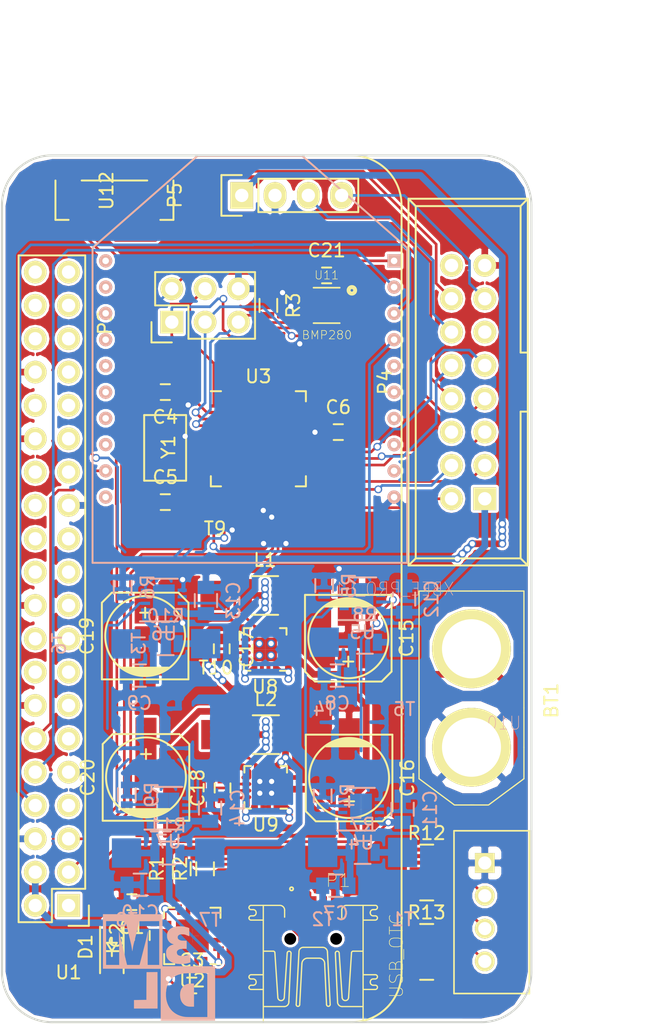
<source format=kicad_pcb>
(kicad_pcb (version 4) (host pcbnew 4.0.4+dfsg1-stable)
  (layers (0 F.Cu signal) (31 B.Cu signal) (34 B.Paste user) (35 F.Paste user) (36 B.SilkS user) (37 F.SilkS user) (38 B.Mask user) (39 F.Mask user) (44 Edge.Cuts user))
  (net 0 "")
  (net 1 "Net-(C1-Pad1)")
  (net 2 GND)
  (net 3 AVR_RST)
  (net 4 "Net-(C2-Pad2)")
  (net 5 +12C)
  (net 6 "Net-(C7-Pad2)")
  (net 7 "Net-(C8-Pad2)")
  (net 8 +3V3)
  (net 9 +5V)
  (net 10 BMP_CSB)
  (net 11 MOSI)
  (net 12 MISO)
  (net 13 SCK)
  (net 14 SDA)
  (net 15 SCL)
  (net 16 RX_AVR)
  (net 17 TX_AVR)
  (net 18 XBEE_INT)
  (net 19 "Net-(P1-Pad4)")
  (net 20 "Net-(U1-Pad1)")
  (net 21 "Net-(U1-Pad4)")
  (net 22 "Net-(U1-Pad6)")
  (net 23 "Net-(U1-Pad7)")
  (net 24 "Net-(U1-Pad8)")
  (net 25 "Net-(U1-Pad9)")
  (net 26 "Net-(U1-Pad10)")
  (net 27 "Net-(U1-Pad11)")
  (net 28 "Net-(U1-Pad12)")
  (net 29 "Net-(U1-Pad14)")
  (net 30 "Net-(U1-Pad15)")
  (net 31 "Net-(U1-Pad16)")
  (net 32 "Net-(U1-Pad17)")
  (net 33 "Net-(U1-Pad18)")
  (net 34 "Net-(U1-Pad19)")
  (net 35 "Net-(U1-Pad20)")
  (net 36 VCC_PI)
  (net 37 TX_PI)
  (net 38 RX_PI)
  (net 39 CTS)
  (net 40 "Net-(U1-Pad28)")
  (net 41 "Net-(U1-Pad29)")
  (net 42 "Net-(U1-Pad31)")
  (net 43 "Net-(U1-Pad32)")
  (net 44 "Net-(U1-Pad33)")
  (net 45 "Net-(U1-Pad34)")
  (net 46 "Net-(U1-Pad36)")
  (net 47 "Net-(U1-Pad38)")
  (net 48 "Net-(U1-Pad39)")
  (net 49 "Net-(U1-Pad40)")
  (net 50 "Net-(U2-Pad4)")
  (net 51 "Net-(U2-Pad5)")
  (net 52 "Net-(U2-Pad11)")
  (net 53 "Net-(U2-Pad12)")
  (net 54 "Net-(U2-Pad14)")
  (net 55 VCC_XBEE)
  (net 56 VCC_FPV)
  (net 57 VCC_uMCA)
  (net 58 TAKE_PICTURE)
  (net 59 SELECT)
  (net 60 SCROLL_DOWN)
  (net 61 uMCA_IDLE)
  (net 62 uMCA_BUSY)
  (net 63 SCROLL_UP)
  (net 64 uMCA_TX)
  (net 65 uMCA_RX)
  (net 66 VIDEO_OUT)
  (net 67 VIDEO_GND)
  (net 68 VCC_GPS)
  (net 69 "Net-(U12-Pad5)")
  (net 70 "Net-(C9-Pad2)")
  (net 71 "Net-(C17-Pad1)")
  (net 72 "Net-(C17-Pad2)")
  (net 73 "Net-(C18-Pad1)")
  (net 74 "Net-(C18-Pad2)")
  (net 75 GPS_PWR_CTRL)
  (net 76 "Net-(P4-Pad6)")
  (net 77 "Net-(P4-Pad11)")
  (net 78 "Net-(P4-Pad16)")
  (net 79 "Net-(U10-Pad5)")
  (net 80 "Net-(U10-Pad6)")
  (net 81 "Net-(U10-Pad7)")
  (net 82 "Net-(U10-Pad9)")
  (net 83 "Net-(U10-Pad20)")
  (net 84 "Net-(U10-Pad19)")
  (net 85 "Net-(U10-Pad18)")
  (net 86 "Net-(U10-Pad17)")
  (net 87 "Net-(U10-Pad16)")
  (net 88 "Net-(U10-Pad15)")
  (net 89 "Net-(U10-Pad14)")
  (net 90 "Net-(U10-Pad13)")
  (net 91 "Net-(U10-Pad11)")
  (net 92 PGOOD_2)
  (net 93 FLAGB_2)
  (net 94 PGOOD_4)
  (net 95 FLAGB_4)
  (net 96 PGOOD_3)
  (net 97 FLAGB_3)
  (net 98 PGOOD_1)
  (net 99 FLAGB_1)
  (net 100 LIPO_CELL_3%2)
  (net 101 LIPO_CELL_2%2)
  (net 102 LIPO_CELL_1%2)
  (net 103 "Net-(C3-Pad2)")
  (net 104 "Net-(C4-Pad1)")
  (net 105 "Net-(C5-Pad2)")
  (net 106 "Net-(C10-Pad2)")
  (net 107 "Net-(R4-Pad1)")
  (net 108 "Net-(R5-Pad1)")
  (net 109 "Net-(R6-Pad1)")
  (net 110 "Net-(R9-Pad1)")
  (net 111 "Net-(T9-Pad1)")
  (net 112 "Net-(T10-Pad1)")
  (net 113 "Net-(U3-Pad34)")
  (net 114 ON_1)
  (net 115 ON_2)
  (net 116 ON_3)
  (net 117 ON_4)
  (net 118 BAL_1)
  (net 119 BAL_2)
  (net 120 BAL_3)
  (net 121 BAL_1%2)
  (net 122 BAL_2%4)
  (net 123 BAL_3%6)
  (net 124 "Net-(R12-Pad8)")
  (net 125 "Net-(R12-Pad9)")
  (net 126 "Net-(R12-Pad4)")
  (net 127 "Net-(R12-Pad7)")
  (net 128 "Net-(R12-Pad13)")
  (net 129 "Net-(R12-Pad10)")
  (net 130 "Net-(R13-Pad15)")
  (net 131 "Net-(R13-Pad8)")
  (net 132 "Net-(R13-Pad9)")
  (net 133 "Net-(R13-Pad2)")
  (net 134 "Net-(R13-Pad4)")
  (net 135 "Net-(R13-Pad7)")
  (net 136 "Net-(R13-Pad13)")
  (net 137 "Net-(R13-Pad10)")
  (net 138 PGOOD_1_AVR)
  (net 139 PGOOD_3_AVR)
  (net 140 PGOOD_4_AVR)
  (net 141 FLAGB_1_AVR)
  (net 142 FLAGB_3_AVR)
  (net 143 FLAGB_4_AVR)
  (net 144 /Control/D1-)
  (net 145 /Control/D1+)
  (net 146 /Control/D2-)
  (net 147 /Control/D2+)
  (module MOD:UX60-MB-5ST (layer F.Cu) (at 213.224 107.952)
    (fp_text reference P1 (at 1.905 -1.905) (layer F.SilkS) (effects (font (thickness 0.05))))
    (fp_text value USB_OTG (at 6.35 3.81 90) (layer F.SilkS) (effects (font (thickness 0.05))))
    (pad M3 smd rect (at -4.2 0.54 90) (size 2.2 2.5) (layers F.Cu F.Paste F.Mask))
    (pad M4 smd rect (at 4.2 0.54 90) (size 2.2 2.5) (layers F.Cu F.Paste F.Mask))
    (pad M2 smd rect (at -4.2 5.84 90) (size 2.2 2.5) (layers F.Cu F.Paste F.Mask))
    (pad M1 smd rect (at 4.2 5.84 90) (size 2.2 2.5) (layers F.Cu F.Paste F.Mask))
    (pad 1 smd rect (at -1.6 0.29 90) (size 2 0.5) (layers F.Cu F.Paste F.Mask) (net 4 "Net-(C2-Pad2)"))
    (pad 2 smd rect (at -0.8 0.29 90) (size 2 0.5) (layers F.Cu F.Paste F.Mask) (net 144 /Control/D1-))
    (pad 3 smd rect (at 0 0.29 90) (size 2 0.5) (layers F.Cu F.Paste F.Mask) (net 145 /Control/D1+))
    (pad 4 smd rect (at 0.8 0.29 90) (size 2 0.5) (layers F.Cu F.Paste F.Mask) (net 19 "Net-(P1-Pad4)"))
    (pad 5 smd rect (at 1.6 0.29 90) (size 2 0.5) (layers F.Cu F.Paste F.Mask) (net 2 GND))
    (pad Hole np_thru_hole circle (at -1.75 2.54) (size 0.9 0.9) (drill 0.9) (layers))
    (pad Hole np_thru_hole circle (at 1.75 2.54) (size 0.9 0.9) (drill 0.9) (layers))
  )
  (module MOD:XT60 (layer F.Cu) (at 225.298 95.892 90)
    (fp_text reference BT1 (at 3.556 6.096 90) (layer F.SilkS))
    (fp_text value "11.1V LIPO")
    (pad 2 thru_hole circle (at 0 0 90) (size 6 6) (drill 4.5) (layers *.Cu *.Mask F.SilkS) (net 2 GND))
    (pad 1 thru_hole circle (at 7.5 0 90) (size 6 6) (drill 4.5) (layers *.Cu *.Mask F.SilkS) (net 5 +12C))
  )
  (module Capacitors_SMD:C_0603 (layer F.Cu) (at 199.390001 107.696 180)
    (fp_text reference C1 (at 0 -1.9 180) (layer F.SilkS))
    (fp_text value 1uF)
    (pad 1 smd rect (at -0.75 0 180) (size 0.8 0.75) (layers F.Cu F.Paste F.Mask) (net 1 "Net-(C1-Pad1)"))
    (pad 2 smd rect (at 0.75 0 180) (size 0.8 0.75) (layers F.Cu F.Paste F.Mask) (net 2 GND))
  )
  (module Capacitors_SMD:C_0603 (layer F.Cu) (at 200.152 110.236 90)
    (fp_text reference C2 (at 0 -1.9 90) (layer F.SilkS))
    (fp_text value 1uF)
    (pad 1 smd rect (at -0.75 0 90) (size 0.8 0.75) (layers F.Cu F.Paste F.Mask) (net 2 GND))
    (pad 2 smd rect (at 0.75 0 90) (size 0.8 0.75) (layers F.Cu F.Paste F.Mask) (net 4 "Net-(C2-Pad2)"))
  )
  (module Capacitors_SMD:C_0603 (layer F.Cu) (at 203.962 114.046)
    (fp_text reference C3 (at 0 -1.9) (layer F.SilkS))
    (fp_text value 0.1uF)
    (pad 1 smd rect (at -0.75 0) (size 0.8 0.75) (layers F.Cu F.Paste F.Mask) (net 3 AVR_RST))
    (pad 2 smd rect (at 0.75 0) (size 0.8 0.75) (layers F.Cu F.Paste F.Mask) (net 103 "Net-(C3-Pad2)"))
  )
  (module Capacitors_SMD:C_0603 (layer F.Cu) (at 201.942 68.834 180)
    (fp_text reference C4 (at 0 -1.9 180) (layer F.SilkS))
    (fp_text value 22pF)
    (pad 1 smd rect (at -0.75 0 180) (size 0.8 0.75) (layers F.Cu F.Paste F.Mask) (net 104 "Net-(C4-Pad1)"))
    (pad 2 smd rect (at 0.75 0 180) (size 0.8 0.75) (layers F.Cu F.Paste F.Mask) (net 2 GND))
  )
  (module Capacitors_SMD:C_0603 (layer F.Cu) (at 201.942 77.216)
    (fp_text reference C5 (at 0 -1.9) (layer F.SilkS))
    (fp_text value 22pF)
    (pad 1 smd rect (at -0.75 0) (size 0.8 0.75) (layers F.Cu F.Paste F.Mask) (net 2 GND))
    (pad 2 smd rect (at 0.75 0) (size 0.8 0.75) (layers F.Cu F.Paste F.Mask) (net 105 "Net-(C5-Pad2)"))
  )
  (module Capacitors_SMD:C_0603 (layer F.Cu) (at 215.138 71.882)
    (fp_text reference C6 (at 0 -1.9) (layer F.SilkS))
    (fp_text value 1uF)
    (pad 1 smd rect (at -0.75 0) (size 0.8 0.75) (layers F.Cu F.Paste F.Mask) (net 8 +3V3))
    (pad 2 smd rect (at 0.75 0) (size 0.8 0.75) (layers F.Cu F.Paste F.Mask) (net 2 GND))
  )
  (module Capacitors_SMD:C_0805 (layer B.Cu) (at 214.947937 106.445192)
    (fp_text reference C7 (at 0 2.1) (layer B.SilkS) (effects (justify mirror)))
    (fp_text value 10uF)
    (pad 1 smd rect (at -1 0) (size 1 1.25) (layers B.Cu B.Paste B.Mask) (net 2 GND))
    (pad 2 smd rect (at 1 0) (size 1 1.25) (layers B.Cu B.Paste B.Mask) (net 6 "Net-(C7-Pad2)"))
  )
  (module Capacitors_SMD:C_0805 (layer B.Cu) (at 215.0585 90.432568)
    (fp_text reference C8 (at 0 2.1) (layer B.SilkS) (effects (justify mirror)))
    (fp_text value 10uF)
    (pad 1 smd rect (at -1 0) (size 1 1.25) (layers B.Cu B.Paste B.Mask) (net 2 GND))
    (pad 2 smd rect (at 1 0) (size 1 1.25) (layers B.Cu B.Paste B.Mask) (net 7 "Net-(C8-Pad2)"))
  )
  (module Capacitors_SMD:C_0805 (layer B.Cu) (at 199.9615 90.432568)
    (fp_text reference C9 (at 0 2.1) (layer B.SilkS) (effects (justify mirror)))
    (fp_text value 10uF)
    (pad 1 smd rect (at -1 0) (size 1 1.25) (layers B.Cu B.Paste B.Mask) (net 2 GND))
    (pad 2 smd rect (at 1 0) (size 1 1.25) (layers B.Cu B.Paste B.Mask) (net 70 "Net-(C9-Pad2)"))
  )
  (module Capacitors_SMD:C_0805 (layer B.Cu) (at 200.025 106.371068)
    (fp_text reference C10 (at 0 2.1) (layer B.SilkS) (effects (justify mirror)))
    (fp_text value 10uF)
    (pad 1 smd rect (at -1 0) (size 1 1.25) (layers B.Cu B.Paste B.Mask) (net 2 GND))
    (pad 2 smd rect (at 1 0) (size 1 1.25) (layers B.Cu B.Paste B.Mask) (net 106 "Net-(C10-Pad2)"))
  )
  (module Capacitors_SMD:C_0805 (layer B.Cu) (at 220.043935 100.619191 90)
    (fp_text reference C11 (at 0 2.1 90) (layer B.SilkS) (effects (justify mirror)))
    (fp_text value 10uF)
    (pad 1 smd rect (at -1 0 90) (size 1 1.25) (layers B.Cu B.Paste B.Mask) (net 55 VCC_XBEE))
    (pad 2 smd rect (at 1 0 90) (size 1 1.25) (layers B.Cu B.Paste B.Mask) (net 2 GND))
  )
  (module Capacitors_SMD:C_0805 (layer B.Cu) (at 220.1545 84.606568 90)
    (fp_text reference C12 (at 0 2.1 90) (layer B.SilkS) (effects (justify mirror)))
    (fp_text value 10uF)
    (pad 1 smd rect (at -1 0 90) (size 1 1.25) (layers B.Cu B.Paste B.Mask) (net 57 VCC_uMCA))
    (pad 2 smd rect (at 1 0 90) (size 1 1.25) (layers B.Cu B.Paste B.Mask) (net 2 GND))
  )
  (module Capacitors_SMD:C_0805 (layer B.Cu) (at 205.0415 84.717568 90)
    (fp_text reference C13 (at 0 2.1 90) (layer B.SilkS) (effects (justify mirror)))
    (fp_text value 10uF)
    (pad 1 smd rect (at -1 0 90) (size 1 1.25) (layers B.Cu B.Paste B.Mask) (net 56 VCC_FPV))
    (pad 2 smd rect (at 1 0 90) (size 1 1.25) (layers B.Cu B.Paste B.Mask) (net 2 GND))
  )
  (module Capacitors_SMD:C_0805 (layer B.Cu) (at 205.359 100.529068 90)
    (fp_text reference C14 (at 0 2.1 90) (layer B.SilkS) (effects (justify mirror)))
    (fp_text value 10uF)
    (pad 1 smd rect (at -1 0 90) (size 1 1.25) (layers B.Cu B.Paste B.Mask) (net 36 VCC_PI))
    (pad 2 smd rect (at 1 0 90) (size 1 1.25) (layers B.Cu B.Paste B.Mask) (net 2 GND))
  )
  (module Capacitors_SMD:c_elec_6.3x5.8 (layer F.Cu) (at 215.899999 87.586818 270)
    (fp_text reference C15 (at 0 -4.445 270) (layer F.SilkS))
    (fp_text value 10uF)
    (pad 1 smd rect (at 2.75082 0 270) (size 3.59918 1.6002) (layers F.Cu F.Paste F.Mask) (net 5 +12C))
    (pad 2 smd rect (at -2.75082 0 270) (size 3.59918 1.6002) (layers F.Cu F.Paste F.Mask) (net 2 GND))
  )
  (module Capacitors_SMD:c_elec_6.3x5.8 (layer F.Cu) (at 215.9635 98.2345 270)
    (fp_text reference C16 (at 0 -4.445 270) (layer F.SilkS))
    (fp_text value 10uF)
    (pad 1 smd rect (at 2.75082 0 270) (size 3.59918 1.6002) (layers F.Cu F.Paste F.Mask) (net 5 +12C))
    (pad 2 smd rect (at -2.75082 0 270) (size 3.59918 1.6002) (layers F.Cu F.Paste F.Mask) (net 2 GND))
  )
  (module Capacitors_SMD:C_0603 (layer F.Cu) (at 206.248 88.392 270)
    (fp_text reference C17 (at 0 -1.9 270) (layer F.SilkS))
    (fp_text value 0.1uF)
    (pad 1 smd rect (at -0.75 0 270) (size 0.8 0.75) (layers F.Cu F.Paste F.Mask) (net 71 "Net-(C17-Pad1)"))
    (pad 2 smd rect (at 0.75 0 270) (size 0.8 0.75) (layers F.Cu F.Paste F.Mask) (net 72 "Net-(C17-Pad2)"))
  )
  (module Capacitors_SMD:C_0603 (layer F.Cu) (at 206.3115 98.9965 90)
    (fp_text reference C18 (at 0 -1.9 90) (layer F.SilkS))
    (fp_text value 0.1uF)
    (pad 1 smd rect (at -0.75 0 90) (size 0.8 0.75) (layers F.Cu F.Paste F.Mask) (net 73 "Net-(C18-Pad1)"))
    (pad 2 smd rect (at 0.75 0 90) (size 0.8 0.75) (layers F.Cu F.Paste F.Mask) (net 74 "Net-(C18-Pad2)"))
  )
  (module Capacitors_SMD:c_elec_6.3x5.8 (layer F.Cu) (at 200.406 87.419181 90)
    (fp_text reference C19 (at 0 -4.445 90) (layer F.SilkS))
    (fp_text value 10uF)
    (pad 1 smd rect (at 2.75082 0 90) (size 3.59918 1.6002) (layers F.Cu F.Paste F.Mask) (net 8 +3V3))
    (pad 2 smd rect (at -2.75082 0 90) (size 3.59918 1.6002) (layers F.Cu F.Paste F.Mask) (net 2 GND))
  )
  (module Capacitors_SMD:c_elec_6.3x5.8 (layer F.Cu) (at 200.4695 98.19132 90)
    (fp_text reference C20 (at 0 -4.445 90) (layer F.SilkS))
    (fp_text value 10uF)
    (pad 1 smd rect (at 2.75082 0 90) (size 3.59918 1.6002) (layers F.Cu F.Paste F.Mask) (net 9 +5V))
    (pad 2 smd rect (at -2.75082 0 90) (size 3.59918 1.6002) (layers F.Cu F.Paste F.Mask) (net 2 GND))
  )
  (module Capacitors_SMD:C_0603 (layer F.Cu) (at 214.249 59.944)
    (fp_text reference C21 (at 0 -1.9) (layer F.SilkS))
    (fp_text value 1uF)
    (pad 1 smd rect (at -0.75 0) (size 0.8 0.75) (layers F.Cu F.Paste F.Mask) (net 8 +3V3))
    (pad 2 smd rect (at 0.75 0) (size 0.8 0.75) (layers F.Cu F.Paste F.Mask) (net 2 GND))
  )
  (module Diodes_SMD:SOD-123 (layer F.Cu) (at 197.866 111.109001 90)
    (fp_text reference D1 (at 0 -2 90) (layer F.SilkS))
    (fp_text value 1A)
    (pad 1 smd rect (at -1.635 0 90) (size 0.91 1.22) (layers F.Cu F.Paste F.Mask) (net 5 +12C))
    (pad 2 smd rect (at 1.635 0 90) (size 0.91 1.22) (layers F.Cu F.Paste F.Mask) (net 4 "Net-(C2-Pad2)"))
  )
  (module Capacitors_SMD:C_1210 (layer F.Cu) (at 209.55 84.328)
    (fp_text reference L1 (at 0 -2.7) (layer F.SilkS))
    (fp_text value 470uH)
    (pad 1 smd rect (at -1.5 0) (size 1 2.5) (layers F.Cu F.Paste F.Mask) (net 72 "Net-(C17-Pad2)"))
    (pad 2 smd rect (at 1.5 0) (size 1 2.5) (layers F.Cu F.Paste F.Mask) (net 8 +3V3))
  )
  (module Capacitors_SMD:C_1210 (layer F.Cu) (at 209.6135 94.9325)
    (fp_text reference L2 (at 0 -2.7) (layer F.SilkS))
    (fp_text value 470uH)
    (pad 1 smd rect (at -1.5 0) (size 1 2.5) (layers F.Cu F.Paste F.Mask) (net 73 "Net-(C18-Pad1)"))
    (pad 2 smd rect (at 1.5 0) (size 1 2.5) (layers F.Cu F.Paste F.Mask) (net 9 +5V))
  )
  (module Pin_Headers:Pin_Header_Straight_2x03 (layer F.Cu) (at 202.438 63.5 90)
    (fp_text reference P2 (at 0 -5.1 90) (layer F.SilkS))
    (fp_text value ICSP)
    (pad 1 thru_hole rect (at 0 0 90) (size 1.7272 1.7272) (drill 1.016) (layers *.Cu *.Mask F.SilkS) (net 12 MISO))
    (pad 2 thru_hole oval (at 2.54 0 90) (size 1.7272 1.7272) (drill 1.016) (layers *.Cu *.Mask F.SilkS) (net 8 +3V3))
    (pad 3 thru_hole oval (at 0 2.54 90) (size 1.7272 1.7272) (drill 1.016) (layers *.Cu *.Mask F.SilkS) (net 13 SCK))
    (pad 4 thru_hole oval (at 2.54 2.54 90) (size 1.7272 1.7272) (drill 1.016) (layers *.Cu *.Mask F.SilkS) (net 11 MOSI))
    (pad 5 thru_hole oval (at 0 5.08 90) (size 1.7272 1.7272) (drill 1.016) (layers *.Cu *.Mask F.SilkS) (net 3 AVR_RST))
    (pad 6 thru_hole oval (at 2.54 5.08 90) (size 1.7272 1.7272) (drill 1.016) (layers *.Cu *.Mask F.SilkS) (net 2 GND))
  )
  (module "MOD:JST_B4B-XH-A(LF)(SN)" (layer F.Cu) (at 226.314 108.458001 270)
    (fp_text reference P3 hide)
    (fp_text value "LIPO BALANCE" hide)
    (pad 1 thru_hole rect (at -3.75 0 270) (size 1.508 1.508) (drill 1) (layers *.Cu *.Mask F.SilkS) (net 2 GND))
    (pad 2 thru_hole circle (at -1.25 0 270) (size 1.508 1.508) (drill 1) (layers *.Cu *.Mask F.SilkS) (net 118 BAL_1))
    (pad 3 thru_hole circle (at 1.25 0 270) (size 1.508 1.508) (drill 1) (layers *.Cu *.Mask F.SilkS) (net 119 BAL_2))
    (pad 4 thru_hole circle (at 3.75 0 270) (size 1.508 1.508) (drill 1) (layers *.Cu *.Mask F.SilkS) (net 120 BAL_3))
  )
  (module Connect:IDC_Header_Straight_16pins (layer F.Cu) (at 226.314 76.962 90)
    (fp_text reference P4 (at 8.89 -7.62 90) (layer F.SilkS))
    (fp_text value "Multi GPIO")
    (pad 1 thru_hole rect (at 0 0 90) (size 1.7272 1.7272) (drill 1.016) (layers *.Cu *.Mask F.SilkS) (net 57 VCC_uMCA))
    (pad 2 thru_hole oval (at 0 -2.54 90) (size 1.7272 1.7272) (drill 1.016) (layers *.Cu *.Mask F.SilkS) (net 59 SELECT))
    (pad 3 thru_hole oval (at 2.54 0 90) (size 1.7272 1.7272) (drill 1.016) (layers *.Cu *.Mask F.SilkS) (net 63 SCROLL_UP))
    (pad 4 thru_hole oval (at 2.54 -2.54 90) (size 1.7272 1.7272) (drill 1.016) (layers *.Cu *.Mask F.SilkS) (net 60 SCROLL_DOWN))
    (pad 5 thru_hole oval (at 5.08 0 90) (size 1.7272 1.7272) (drill 1.016) (layers *.Cu *.Mask F.SilkS) (net 58 TAKE_PICTURE))
    (pad 6 thru_hole oval (at 5.08 -2.54 90) (size 1.7272 1.7272) (drill 1.016) (layers *.Cu *.Mask F.SilkS) (net 76 "Net-(P4-Pad6)"))
    (pad 7 thru_hole oval (at 7.62 0 90) (size 1.7272 1.7272) (drill 1.016) (layers *.Cu *.Mask F.SilkS) (net 64 uMCA_TX))
    (pad 8 thru_hole oval (at 7.62 -2.54 90) (size 1.7272 1.7272) (drill 1.016) (layers *.Cu *.Mask F.SilkS) (net 65 uMCA_RX))
    (pad 9 thru_hole oval (at 10.16 0 90) (size 1.7272 1.7272) (drill 1.016) (layers *.Cu *.Mask F.SilkS) (net 62 uMCA_BUSY))
    (pad 10 thru_hole oval (at 10.16 -2.54 90) (size 1.7272 1.7272) (drill 1.016) (layers *.Cu *.Mask F.SilkS) (net 61 uMCA_IDLE))
    (pad 11 thru_hole oval (at 12.7 0 90) (size 1.7272 1.7272) (drill 1.016) (layers *.Cu *.Mask F.SilkS) (net 77 "Net-(P4-Pad11)"))
    (pad 12 thru_hole oval (at 12.7 -2.54 90) (size 1.7272 1.7272) (drill 1.016) (layers *.Cu *.Mask F.SilkS) (net 66 VIDEO_OUT))
    (pad 13 thru_hole oval (at 15.24 0 90) (size 1.7272 1.7272) (drill 1.016) (layers *.Cu *.Mask F.SilkS) (net 67 VIDEO_GND))
    (pad 14 thru_hole oval (at 15.24 -2.54 90) (size 1.7272 1.7272) (drill 1.016) (layers *.Cu *.Mask F.SilkS) (net 68 VCC_GPS))
    (pad 15 thru_hole oval (at 17.78 0 90) (size 1.7272 1.7272) (drill 1.016) (layers *.Cu *.Mask F.SilkS) (net 2 GND))
    (pad 16 thru_hole oval (at 17.78 -2.54 90) (size 1.7272 1.7272) (drill 1.016) (layers *.Cu *.Mask F.SilkS) (net 78 "Net-(P4-Pad16)"))
  )
  (module Pin_Headers:Pin_Header_Straight_1x04 (layer F.Cu) (at 207.772 53.848 90)
    (fp_text reference P5 (at 0 -5.1 90) (layer F.SilkS))
    (fp_text value FPV)
    (pad 1 thru_hole rect (at 0 0 90) (size 2.032 1.7272) (drill 1.016) (layers *.Cu *.Mask F.SilkS) (net 56 VCC_FPV))
    (pad 2 thru_hole oval (at 0 2.54 90) (size 2.032 1.7272) (drill 1.016) (layers *.Cu *.Mask F.SilkS) (net 2 GND))
    (pad 3 thru_hole oval (at 0 5.08 90) (size 2.032 1.7272) (drill 1.016) (layers *.Cu *.Mask F.SilkS) (net 66 VIDEO_OUT))
    (pad 4 thru_hole oval (at 0 7.62 90) (size 2.032 1.7272) (drill 1.016) (layers *.Cu *.Mask F.SilkS) (net 67 VIDEO_GND))
  )
  (module Resistors_SMD:R_0603 (layer F.Cu) (at 203.2 105.156 90)
    (fp_text reference R1 (at 0 -1.9 90) (layer F.SilkS))
    (fp_text value 22)
    (pad 1 smd rect (at -0.75 0 90) (size 0.5 0.9) (layers F.Cu F.Paste F.Mask) (net 146 /Control/D2-))
    (pad 2 smd rect (at 0.75 0 90) (size 0.5 0.9) (layers F.Cu F.Paste F.Mask) (net 144 /Control/D1-))
  )
  (module Resistors_SMD:R_0603 (layer F.Cu) (at 204.978 105.156 90)
    (fp_text reference R2 (at 0 -1.9 90) (layer F.SilkS))
    (fp_text value 22)
    (pad 1 smd rect (at -0.75 0 90) (size 0.5 0.9) (layers F.Cu F.Paste F.Mask) (net 147 /Control/D2+))
    (pad 2 smd rect (at 0.75 0 90) (size 0.5 0.9) (layers F.Cu F.Paste F.Mask) (net 145 /Control/D1+))
  )
  (module Resistors_SMD:R_0603 (layer F.Cu) (at 209.804 62.23 270)
    (fp_text reference R3 (at 0 -1.9 270) (layer F.SilkS))
    (fp_text value 10K)
    (pad 1 smd rect (at -0.75 0 270) (size 0.5 0.9) (layers F.Cu F.Paste F.Mask) (net 8 +3V3))
    (pad 2 smd rect (at 0.75 0 270) (size 0.5 0.9) (layers F.Cu F.Paste F.Mask) (net 3 AVR_RST))
  )
  (module Resistors_SMD:R_0603 (layer B.Cu) (at 213.947934 99.59919 90)
    (fp_text reference R4 (at 0 1.9 90) (layer B.SilkS) (effects (justify mirror)))
    (fp_text value 680)
    (pad 1 smd rect (at -0.75 0 90) (size 0.5 0.9) (layers B.Cu B.Paste B.Mask) (net 107 "Net-(R4-Pad1)"))
    (pad 2 smd rect (at 0.75 0 90) (size 0.5 0.9) (layers B.Cu B.Paste B.Mask) (net 2 GND))
  )
  (module Resistors_SMD:R_0603 (layer B.Cu) (at 214.0585 83.574568 90)
    (fp_text reference R5 (at 0 1.9 90) (layer B.SilkS) (effects (justify mirror)))
    (fp_text value 330)
    (pad 1 smd rect (at -0.75 0 90) (size 0.5 0.9) (layers B.Cu B.Paste B.Mask) (net 108 "Net-(R5-Pad1)"))
    (pad 2 smd rect (at 0.75 0 90) (size 0.5 0.9) (layers B.Cu B.Paste B.Mask) (net 2 GND))
  )
  (module Resistors_SMD:R_0603 (layer B.Cu) (at 198.6915 83.701568 90)
    (fp_text reference R6 (at 0 1.9 90) (layer B.SilkS) (effects (justify mirror)))
    (fp_text value 820)
    (pad 1 smd rect (at -0.75 0 90) (size 0.5 0.9) (layers B.Cu B.Paste B.Mask) (net 109 "Net-(R6-Pad1)"))
    (pad 2 smd rect (at 0.75 0 90) (size 0.5 0.9) (layers B.Cu B.Paste B.Mask) (net 2 GND))
  )
  (module Resistors_SMD:R_0805 (layer B.Cu) (at 216.995935 103.905191 180)
    (fp_text reference R7 (at 0 2.1 180) (layer B.SilkS) (effects (justify mirror)))
    (fp_text value 0.1)
    (pad 1 smd rect (at -0.95 0 180) (size 0.7 1.3) (layers B.Cu B.Paste B.Mask) (net 8 +3V3))
    (pad 2 smd rect (at 0.95 0 180) (size 0.7 1.3) (layers B.Cu B.Paste B.Mask) (net 6 "Net-(C7-Pad2)"))
  )
  (module Resistors_SMD:R_0805 (layer B.Cu) (at 217.1725 87.892568 180)
    (fp_text reference R8 (at 0 2.1 180) (layer B.SilkS) (effects (justify mirror)))
    (fp_text value 0.1)
    (pad 1 smd rect (at -0.95 0 180) (size 0.7 1.3) (layers B.Cu B.Paste B.Mask) (net 5 +12C))
    (pad 2 smd rect (at 0.95 0 180) (size 0.7 1.3) (layers B.Cu B.Paste B.Mask) (net 7 "Net-(C8-Pad2)"))
  )
  (module Resistors_SMD:R_0603 (layer B.Cu) (at 199.009 99.513068 90)
    (fp_text reference R9 (at 0 1.9 90) (layer B.SilkS) (effects (justify mirror)))
    (fp_text value 680)
    (pad 1 smd rect (at -0.75 0 90) (size 0.5 0.9) (layers B.Cu B.Paste B.Mask) (net 110 "Net-(R9-Pad1)"))
    (pad 2 smd rect (at 0.75 0 90) (size 0.5 0.9) (layers B.Cu B.Paste B.Mask) (net 2 GND))
  )
  (module Resistors_SMD:R_0805 (layer B.Cu) (at 201.976616 88.000278 180)
    (fp_text reference R10 (at 0 2.1 180) (layer B.SilkS) (effects (justify mirror)))
    (fp_text value 0.1)
    (pad 1 smd rect (at -0.95 0 180) (size 0.7 1.3) (layers B.Cu B.Paste B.Mask) (net 5 +12C))
    (pad 2 smd rect (at 0.95 0 180) (size 0.7 1.3) (layers B.Cu B.Paste B.Mask) (net 70 "Net-(C9-Pad2)"))
  )
  (module Resistors_SMD:R_0805 (layer B.Cu) (at 202.099514 103.953558 180)
    (fp_text reference R11 (at 0 2.1 180) (layer B.SilkS) (effects (justify mirror)))
    (fp_text value 0.1)
    (pad 1 smd rect (at -0.95 0 180) (size 0.7 1.3) (layers B.Cu B.Paste B.Mask) (net 9 +5V))
    (pad 2 smd rect (at 0.95 0 180) (size 0.7 1.3) (layers B.Cu B.Paste B.Mask) (net 106 "Net-(C10-Pad2)"))
  )
  (module MOD:Pi_Zero_W (layer F.Cu) (at 194.564 107.95 180)
    (fp_text reference U1 (at 0 -5.1 180) (layer F.SilkS))
    (fp_text value Pi_Zero_W)
    (pad 1 thru_hole rect (at 0 0 180) (size 1.7272 1.7272) (drill 1.016) (layers *.Cu *.Mask F.SilkS) (net 20 "Net-(U1-Pad1)"))
    (pad 21 thru_hole oval (at 2.54 0 180) (size 1.7272 1.7272) (drill 1.016) (layers *.Cu *.Mask F.SilkS) (net 36 VCC_PI))
    (pad 2 thru_hole oval (at 0 2.54 180) (size 1.7272 1.7272) (drill 1.016) (layers *.Cu *.Mask F.SilkS) (net 14 SDA))
    (pad 22 thru_hole oval (at 2.54 2.54 180) (size 1.7272 1.7272) (drill 1.016) (layers *.Cu *.Mask F.SilkS) (net 36 VCC_PI))
    (pad 3 thru_hole oval (at 0 5.08 180) (size 1.7272 1.7272) (drill 1.016) (layers *.Cu *.Mask F.SilkS) (net 15 SCL))
    (pad 23 thru_hole oval (at 2.54 5.08 180) (size 1.7272 1.7272) (drill 1.016) (layers *.Cu *.Mask F.SilkS) (net 2 GND))
    (pad 4 thru_hole oval (at 0 7.62 180) (size 1.7272 1.7272) (drill 1.016) (layers *.Cu *.Mask F.SilkS) (net 21 "Net-(U1-Pad4)"))
    (pad 24 thru_hole oval (at 2.54 7.62 180) (size 1.7272 1.7272) (drill 1.016) (layers *.Cu *.Mask F.SilkS) (net 37 TX_PI))
    (pad 5 thru_hole oval (at 0 10.16 180) (size 1.7272 1.7272) (drill 1.016) (layers *.Cu *.Mask F.SilkS) (net 2 GND))
    (pad 25 thru_hole oval (at 2.54 10.16 180) (size 1.7272 1.7272) (drill 1.016) (layers *.Cu *.Mask F.SilkS) (net 38 RX_PI))
    (pad 6 thru_hole oval (at 0 12.7 180) (size 1.7272 1.7272) (drill 1.016) (layers *.Cu *.Mask F.SilkS) (net 22 "Net-(U1-Pad6)"))
    (pad 26 thru_hole oval (at 2.54 12.7 180) (size 1.7272 1.7272) (drill 1.016) (layers *.Cu *.Mask F.SilkS) (net 39 CTS))
    (pad 7 thru_hole oval (at 0 15.24 180) (size 1.7272 1.7272) (drill 1.016) (layers *.Cu *.Mask F.SilkS) (net 23 "Net-(U1-Pad7)"))
    (pad 27 thru_hole oval (at 2.54 15.24 180) (size 1.7272 1.7272) (drill 1.016) (layers *.Cu *.Mask F.SilkS) (net 2 GND))
    (pad 8 thru_hole oval (at 0 17.78 180) (size 1.7272 1.7272) (drill 1.016) (layers *.Cu *.Mask F.SilkS) (net 24 "Net-(U1-Pad8)"))
    (pad 28 thru_hole oval (at 2.54 17.78 180) (size 1.7272 1.7272) (drill 1.016) (layers *.Cu *.Mask F.SilkS) (net 40 "Net-(U1-Pad28)"))
    (pad 9 thru_hole oval (at 0 20.32 180) (size 1.7272 1.7272) (drill 1.016) (layers *.Cu *.Mask F.SilkS) (net 25 "Net-(U1-Pad9)"))
    (pad 29 thru_hole oval (at 2.54 20.32 180) (size 1.7272 1.7272) (drill 1.016) (layers *.Cu *.Mask F.SilkS) (net 41 "Net-(U1-Pad29)"))
    (pad 10 thru_hole oval (at 0 22.86 180) (size 1.7272 1.7272) (drill 1.016) (layers *.Cu *.Mask F.SilkS) (net 26 "Net-(U1-Pad10)"))
    (pad 30 thru_hole oval (at 2.54 22.86 180) (size 1.7272 1.7272) (drill 1.016) (layers *.Cu *.Mask F.SilkS) (net 2 GND))
    (pad 11 thru_hole oval (at 0 25.4 180) (size 1.7272 1.7272) (drill 1.016) (layers *.Cu *.Mask F.SilkS) (net 27 "Net-(U1-Pad11)"))
    (pad 31 thru_hole oval (at 2.54 25.4 180) (size 1.7272 1.7272) (drill 1.016) (layers *.Cu *.Mask F.SilkS) (net 42 "Net-(U1-Pad31)"))
    (pad 12 thru_hole oval (at 0 27.94 180) (size 1.7272 1.7272) (drill 1.016) (layers *.Cu *.Mask F.SilkS) (net 28 "Net-(U1-Pad12)"))
    (pad 32 thru_hole oval (at 2.54 27.94 180) (size 1.7272 1.7272) (drill 1.016) (layers *.Cu *.Mask F.SilkS) (net 43 "Net-(U1-Pad32)"))
    (pad 13 thru_hole oval (at 0 30.48 180) (size 1.7272 1.7272) (drill 1.016) (layers *.Cu *.Mask F.SilkS) (net 2 GND))
    (pad 33 thru_hole oval (at 2.54 30.48 180) (size 1.7272 1.7272) (drill 1.016) (layers *.Cu *.Mask F.SilkS) (net 44 "Net-(U1-Pad33)"))
    (pad 14 thru_hole oval (at 0 33.02 180) (size 1.7272 1.7272) (drill 1.016) (layers *.Cu *.Mask F.SilkS) (net 29 "Net-(U1-Pad14)"))
    (pad 34 thru_hole oval (at 2.54 33.02 180) (size 1.7272 1.7272) (drill 1.016) (layers *.Cu *.Mask F.SilkS) (net 45 "Net-(U1-Pad34)"))
    (pad 15 thru_hole oval (at 0 35.56 180) (size 1.7272 1.7272) (drill 1.016) (layers *.Cu *.Mask F.SilkS) (net 30 "Net-(U1-Pad15)"))
    (pad 35 thru_hole oval (at 2.54 35.56 180) (size 1.7272 1.7272) (drill 1.016) (layers *.Cu *.Mask F.SilkS) (net 2 GND))
    (pad 16 thru_hole oval (at 0 38.1 180) (size 1.7272 1.7272) (drill 1.016) (layers *.Cu *.Mask F.SilkS) (net 31 "Net-(U1-Pad16)"))
    (pad 36 thru_hole oval (at 2.54 38.1 180) (size 1.7272 1.7272) (drill 1.016) (layers *.Cu *.Mask F.SilkS) (net 46 "Net-(U1-Pad36)"))
    (pad 17 thru_hole oval (at 0 40.64 180) (size 1.7272 1.7272) (drill 1.016) (layers *.Cu *.Mask F.SilkS) (net 32 "Net-(U1-Pad17)"))
    (pad 37 thru_hole oval (at 2.54 40.64 180) (size 1.7272 1.7272) (drill 1.016) (layers *.Cu *.Mask F.SilkS) (net 2 GND))
    (pad 18 thru_hole oval (at 0 43.18 180) (size 1.7272 1.7272) (drill 1.016) (layers *.Cu *.Mask F.SilkS) (net 33 "Net-(U1-Pad18)"))
    (pad 38 thru_hole oval (at 2.54 43.18 180) (size 1.7272 1.7272) (drill 1.016) (layers *.Cu *.Mask F.SilkS) (net 47 "Net-(U1-Pad38)"))
    (pad 19 thru_hole oval (at 0 45.72 180) (size 1.7272 1.7272) (drill 1.016) (layers *.Cu *.Mask F.SilkS) (net 34 "Net-(U1-Pad19)"))
    (pad 39 thru_hole oval (at 2.54 45.72 180) (size 1.7272 1.7272) (drill 1.016) (layers *.Cu *.Mask F.SilkS) (net 48 "Net-(U1-Pad39)"))
    (pad 20 thru_hole oval (at 0 48.26 180) (size 1.7272 1.7272) (drill 1.016) (layers *.Cu *.Mask F.SilkS) (net 35 "Net-(U1-Pad20)"))
    (pad 40 thru_hole oval (at 2.54 48.26 180) (size 1.7272 1.7272) (drill 1.016) (layers *.Cu *.Mask F.SilkS) (net 49 "Net-(U1-Pad40)"))
  )
  (module Housings_DFN_QFN:QFN-16-1EP_4x4mm_Pitch0.65mm (layer F.Cu) (at 204.003 110.268001 180)
    (fp_text reference U2 (at 0 -3.4 180) (layer F.SilkS))
    (fp_text value FT230XQ-R)
    (pad 1 smd rect (at -2 -0.975 180) (size 0.8 0.35) (layers F.Cu F.Paste F.Mask) (net 1 "Net-(C1-Pad1)"))
    (pad 2 smd rect (at -2 -0.325 180) (size 0.8 0.35) (layers F.Cu F.Paste F.Mask) (net 17 TX_AVR))
    (pad 3 smd rect (at -2 0.325 180) (size 0.8 0.35) (layers F.Cu F.Paste F.Mask) (net 2 GND))
    (pad 4 smd rect (at -2 0.975 180) (size 0.8 0.35) (layers F.Cu F.Paste F.Mask) (net 50 "Net-(U2-Pad4)"))
    (pad 5 smd rect (at -0.975 2 270) (size 0.8 0.35) (layers F.Cu F.Paste F.Mask) (net 51 "Net-(U2-Pad5)"))
    (pad 6 smd rect (at -0.325 2 270) (size 0.8 0.35) (layers F.Cu F.Paste F.Mask) (net 147 /Control/D2+))
    (pad 7 smd rect (at 0.325 2 270) (size 0.8 0.35) (layers F.Cu F.Paste F.Mask) (net 146 /Control/D2-))
    (pad 8 smd rect (at 0.975 2 270) (size 0.8 0.35) (layers F.Cu F.Paste F.Mask) (net 1 "Net-(C1-Pad1)"))
    (pad 9 smd rect (at 2 0.975 180) (size 0.8 0.35) (layers F.Cu F.Paste F.Mask) (net 1 "Net-(C1-Pad1)"))
    (pad 10 smd rect (at 2 0.325 180) (size 0.8 0.35) (layers F.Cu F.Paste F.Mask) (net 4 "Net-(C2-Pad2)"))
    (pad 11 smd rect (at 2 -0.325 180) (size 0.8 0.35) (layers F.Cu F.Paste F.Mask) (net 52 "Net-(U2-Pad11)"))
    (pad 12 smd rect (at 2 -0.975 180) (size 0.8 0.35) (layers F.Cu F.Paste F.Mask) (net 53 "Net-(U2-Pad12)"))
    (pad 13 smd rect (at 0.975 -2 270) (size 0.8 0.35) (layers F.Cu F.Paste F.Mask) (net 2 GND))
    (pad 14 smd rect (at 0.325 -2 270) (size 0.8 0.35) (layers F.Cu F.Paste F.Mask) (net 54 "Net-(U2-Pad14)"))
    (pad 15 smd rect (at -0.325 -2 270) (size 0.8 0.35) (layers F.Cu F.Paste F.Mask) (net 16 RX_AVR))
    (pad 16 smd rect (at -0.975 -2 270) (size 0.8 0.35) (layers F.Cu F.Paste F.Mask) (net 103 "Net-(C3-Pad2)"))
    (pad 17 smd rect (at 0.625 0.625 180) (size 1.25 1.25) (layers F.Cu F.Paste F.Mask) (net 2 GND))
    (pad 17 smd rect (at 0.625 -0.625 180) (size 1.25 1.25) (layers F.Cu F.Paste F.Mask) (net 2 GND))
    (pad 17 smd rect (at -0.625 0.625 180) (size 1.25 1.25) (layers F.Cu F.Paste F.Mask) (net 2 GND))
    (pad 17 smd rect (at -0.625 -0.625 180) (size 1.25 1.25) (layers F.Cu F.Paste F.Mask) (net 2 GND))
  )
  (module Housings_DFN_QFN:QFN-44-1EP_7x7mm_Pitch0.5mm (layer F.Cu) (at 209.042 72.39)
    (fp_text reference U3 (at 0 -4.75) (layer F.SilkS))
    (fp_text value ATMEGA644A-M)
    (pad 1 smd rect (at -3.4 -2.5) (size 0.7 0.25) (layers F.Cu F.Paste F.Mask) (net 11 MOSI))
    (pad 2 smd rect (at -3.4 -2) (size 0.7 0.25) (layers F.Cu F.Paste F.Mask) (net 12 MISO))
    (pad 3 smd rect (at -3.4 -1.5) (size 0.7 0.25) (layers F.Cu F.Paste F.Mask) (net 13 SCK))
    (pad 4 smd rect (at -3.4 -1) (size 0.7 0.25) (layers F.Cu F.Paste F.Mask) (net 3 AVR_RST))
    (pad 5 smd rect (at -3.4 -0.5) (size 0.7 0.25) (layers F.Cu F.Paste F.Mask) (net 8 +3V3))
    (pad 6 smd rect (at -3.4 0) (size 0.7 0.25) (layers F.Cu F.Paste F.Mask) (net 2 GND))
    (pad 7 smd rect (at -3.4 0.5) (size 0.7 0.25) (layers F.Cu F.Paste F.Mask) (net 104 "Net-(C4-Pad1)"))
    (pad 8 smd rect (at -3.4 1) (size 0.7 0.25) (layers F.Cu F.Paste F.Mask) (net 105 "Net-(C5-Pad2)"))
    (pad 9 smd rect (at -3.4 1.5) (size 0.7 0.25) (layers F.Cu F.Paste F.Mask) (net 16 RX_AVR))
    (pad 10 smd rect (at -3.4 2) (size 0.7 0.25) (layers F.Cu F.Paste F.Mask) (net 17 TX_AVR))
    (pad 11 smd rect (at -3.4 2.5) (size 0.7 0.25) (layers F.Cu F.Paste F.Mask) (net 18 XBEE_INT))
    (pad 12 smd rect (at -2.5 3.4 90) (size 0.7 0.25) (layers F.Cu F.Paste F.Mask) (net 75 GPS_PWR_CTRL))
    (pad 13 smd rect (at -2 3.4 90) (size 0.7 0.25) (layers F.Cu F.Paste F.Mask) (net 114 ON_1))
    (pad 14 smd rect (at -1.5 3.4 90) (size 0.7 0.25) (layers F.Cu F.Paste F.Mask) (net 115 ON_2))
    (pad 15 smd rect (at -1 3.4 90) (size 0.7 0.25) (layers F.Cu F.Paste F.Mask) (net 116 ON_3))
    (pad 16 smd rect (at -0.5 3.4 90) (size 0.7 0.25) (layers F.Cu F.Paste F.Mask) (net 117 ON_4))
    (pad 17 smd rect (at 0 3.4 90) (size 0.7 0.25) (layers F.Cu F.Paste F.Mask) (net 8 +3V3))
    (pad 18 smd rect (at 0.5 3.4 90) (size 0.7 0.25) (layers F.Cu F.Paste F.Mask) (net 2 GND))
    (pad 19 smd rect (at 1 3.4 90) (size 0.7 0.25) (layers F.Cu F.Paste F.Mask) (net 15 SCL))
    (pad 20 smd rect (at 1.5 3.4 90) (size 0.7 0.25) (layers F.Cu F.Paste F.Mask) (net 14 SDA))
    (pad 21 smd rect (at 2 3.4 90) (size 0.7 0.25) (layers F.Cu F.Paste F.Mask) (net 59 SELECT))
    (pad 22 smd rect (at 2.5 3.4 90) (size 0.7 0.25) (layers F.Cu F.Paste F.Mask) (net 60 SCROLL_DOWN))
    (pad 23 smd rect (at 3.4 2.5) (size 0.7 0.25) (layers F.Cu F.Paste F.Mask) (net 63 SCROLL_UP))
    (pad 24 smd rect (at 3.4 2) (size 0.7 0.25) (layers F.Cu F.Paste F.Mask) (net 58 TAKE_PICTURE))
    (pad 25 smd rect (at 3.4 1.5) (size 0.7 0.25) (layers F.Cu F.Paste F.Mask) (net 61 uMCA_IDLE))
    (pad 26 smd rect (at 3.4 1) (size 0.7 0.25) (layers F.Cu F.Paste F.Mask) (net 62 uMCA_BUSY))
    (pad 27 smd rect (at 3.4 0.5) (size 0.7 0.25) (layers F.Cu F.Paste F.Mask) (net 8 +3V3))
    (pad 28 smd rect (at 3.4 0) (size 0.7 0.25) (layers F.Cu F.Paste F.Mask) (net 2 GND))
    (pad 29 smd rect (at 3.4 -0.5) (size 0.7 0.25) (layers F.Cu F.Paste F.Mask) (net 8 +3V3))
    (pad 30 smd rect (at 3.4 -1) (size 0.7 0.25) (layers F.Cu F.Paste F.Mask) (net 140 PGOOD_4_AVR))
    (pad 31 smd rect (at 3.4 -1.5) (size 0.7 0.25) (layers F.Cu F.Paste F.Mask) (net 139 PGOOD_3_AVR))
    (pad 32 smd rect (at 3.4 -2) (size 0.7 0.25) (layers F.Cu F.Paste F.Mask) (net 92 PGOOD_2))
    (pad 33 smd rect (at 3.4 -2.5) (size 0.7 0.25) (layers F.Cu F.Paste F.Mask) (net 138 PGOOD_1_AVR))
    (pad 34 smd rect (at 2.5 -3.4 90) (size 0.7 0.25) (layers F.Cu F.Paste F.Mask) (net 113 "Net-(U3-Pad34)"))
    (pad 35 smd rect (at 2 -3.4 90) (size 0.7 0.25) (layers F.Cu F.Paste F.Mask) (net 100 LIPO_CELL_3%2))
    (pad 36 smd rect (at 1.5 -3.4 90) (size 0.7 0.25) (layers F.Cu F.Paste F.Mask) (net 101 LIPO_CELL_2%2))
    (pad 37 smd rect (at 1 -3.4 90) (size 0.7 0.25) (layers F.Cu F.Paste F.Mask) (net 102 LIPO_CELL_1%2))
    (pad 38 smd rect (at 0.5 -3.4 90) (size 0.7 0.25) (layers F.Cu F.Paste F.Mask) (net 8 +3V3))
    (pad 39 smd rect (at 0 -3.4 90) (size 0.7 0.25) (layers F.Cu F.Paste F.Mask) (net 2 GND))
    (pad 40 smd rect (at -0.5 -3.4 90) (size 0.7 0.25) (layers F.Cu F.Paste F.Mask) (net 141 FLAGB_1_AVR))
    (pad 41 smd rect (at -1 -3.4 90) (size 0.7 0.25) (layers F.Cu F.Paste F.Mask) (net 93 FLAGB_2))
    (pad 42 smd rect (at -1.5 -3.4 90) (size 0.7 0.25) (layers F.Cu F.Paste F.Mask) (net 142 FLAGB_3_AVR))
    (pad 43 smd rect (at -2 -3.4 90) (size 0.7 0.25) (layers F.Cu F.Paste F.Mask) (net 143 FLAGB_4_AVR))
    (pad 44 smd rect (at -2.5 -3.4 90) (size 0.7 0.25) (layers F.Cu F.Paste F.Mask) (net 10 BMP_CSB))
    (pad 45 smd rect (at 1.93125 1.93125) (size 1.2875 1.2875) (layers F.Cu F.Paste F.Mask))
    (pad 45 smd rect (at 1.93125 0.64375) (size 1.2875 1.2875) (layers F.Cu F.Paste F.Mask))
    (pad 45 smd rect (at 1.93125 -0.64375) (size 1.2875 1.2875) (layers F.Cu F.Paste F.Mask))
    (pad 45 smd rect (at 1.93125 -1.93125) (size 1.2875 1.2875) (layers F.Cu F.Paste F.Mask))
    (pad 45 smd rect (at 0.64375 1.93125) (size 1.2875 1.2875) (layers F.Cu F.Paste F.Mask))
    (pad 45 smd rect (at 0.64375 0.64375) (size 1.2875 1.2875) (layers F.Cu F.Paste F.Mask))
    (pad 45 smd rect (at 0.64375 -0.64375) (size 1.2875 1.2875) (layers F.Cu F.Paste F.Mask))
    (pad 45 smd rect (at 0.64375 -1.93125) (size 1.2875 1.2875) (layers F.Cu F.Paste F.Mask))
    (pad 45 smd rect (at -0.64375 1.93125) (size 1.2875 1.2875) (layers F.Cu F.Paste F.Mask))
    (pad 45 smd rect (at -0.64375 0.64375) (size 1.2875 1.2875) (layers F.Cu F.Paste F.Mask))
    (pad 45 smd rect (at -0.64375 -0.64375) (size 1.2875 1.2875) (layers F.Cu F.Paste F.Mask))
    (pad 45 smd rect (at -0.64375 -1.93125) (size 1.2875 1.2875) (layers F.Cu F.Paste F.Mask))
    (pad 45 smd rect (at -1.93125 1.93125) (size 1.2875 1.2875) (layers F.Cu F.Paste F.Mask))
    (pad 45 smd rect (at -1.93125 0.64375) (size 1.2875 1.2875) (layers F.Cu F.Paste F.Mask))
    (pad 45 smd rect (at -1.93125 -0.64375) (size 1.2875 1.2875) (layers F.Cu F.Paste F.Mask))
    (pad 45 smd rect (at -1.93125 -1.93125) (size 1.2875 1.2875) (layers F.Cu F.Paste F.Mask))
  )
  (module Housings_DFN_QFN:DFN-8-1EP_3x3mm_Pitch0.5mm (layer B.Cu) (at 216.871936 100.61519)
    (fp_text reference U4 (at 0 2.55) (layer B.SilkS) (effects (justify mirror)))
    (fp_text value FPF2701MPX)
    (pad 1 smd rect (at -1.4 0.75) (size 0.7 0.25) (layers B.Cu B.Paste B.Mask) (net 6 "Net-(C7-Pad2)"))
    (pad 2 smd rect (at -1.4 0.25) (size 0.7 0.25) (layers B.Cu B.Paste B.Mask) (net 92 PGOOD_2))
    (pad 3 smd rect (at -1.4 -0.25) (size 0.7 0.25) (layers B.Cu B.Paste B.Mask) (net 107 "Net-(R4-Pad1)"))
    (pad 4 smd rect (at -1.4 -0.75) (size 0.7 0.25) (layers B.Cu B.Paste B.Mask) (net 115 ON_2))
    (pad 5 smd rect (at 1.4 -0.75) (size 0.7 0.25) (layers B.Cu B.Paste B.Mask) (net 2 GND))
    (pad 6 smd rect (at 1.4 -0.25) (size 0.7 0.25) (layers B.Cu B.Paste B.Mask))
    (pad 7 smd rect (at 1.4 0.25) (size 0.7 0.25) (layers B.Cu B.Paste B.Mask) (net 93 FLAGB_2))
    (pad 8 smd rect (at 1.4 0.75) (size 0.7 0.25) (layers B.Cu B.Paste B.Mask) (net 55 VCC_XBEE))
    (pad 9 smd rect (at 0.415 -0.595) (size 0.83 1.19) (layers B.Cu B.Paste B.Mask) (net 2 GND))
    (pad 9 smd rect (at 0.415 0.595) (size 0.83 1.19) (layers B.Cu B.Paste B.Mask) (net 2 GND))
    (pad 9 smd rect (at -0.415 -0.595) (size 0.83 1.19) (layers B.Cu B.Paste B.Mask) (net 2 GND))
    (pad 9 smd rect (at -0.415 0.595) (size 0.83 1.19) (layers B.Cu B.Paste B.Mask) (net 2 GND))
  )
  (module Housings_DFN_QFN:DFN-8-1EP_3x3mm_Pitch0.5mm (layer B.Cu) (at 216.9825 84.578568)
    (fp_text reference U5 (at 0 2.55) (layer B.SilkS) (effects (justify mirror)))
    (fp_text value FPF2701MPX)
    (pad 1 smd rect (at -1.4 0.75) (size 0.7 0.25) (layers B.Cu B.Paste B.Mask) (net 7 "Net-(C8-Pad2)"))
    (pad 2 smd rect (at -1.4 0.25) (size 0.7 0.25) (layers B.Cu B.Paste B.Mask) (net 94 PGOOD_4))
    (pad 3 smd rect (at -1.4 -0.25) (size 0.7 0.25) (layers B.Cu B.Paste B.Mask) (net 108 "Net-(R5-Pad1)"))
    (pad 4 smd rect (at -1.4 -0.75) (size 0.7 0.25) (layers B.Cu B.Paste B.Mask) (net 117 ON_4))
    (pad 5 smd rect (at 1.4 -0.75) (size 0.7 0.25) (layers B.Cu B.Paste B.Mask) (net 2 GND))
    (pad 6 smd rect (at 1.4 -0.25) (size 0.7 0.25) (layers B.Cu B.Paste B.Mask))
    (pad 7 smd rect (at 1.4 0.25) (size 0.7 0.25) (layers B.Cu B.Paste B.Mask) (net 95 FLAGB_4))
    (pad 8 smd rect (at 1.4 0.75) (size 0.7 0.25) (layers B.Cu B.Paste B.Mask) (net 57 VCC_uMCA))
    (pad 9 smd rect (at 0.415 -0.595) (size 0.83 1.19) (layers B.Cu B.Paste B.Mask) (net 2 GND))
    (pad 9 smd rect (at 0.415 0.595) (size 0.83 1.19) (layers B.Cu B.Paste B.Mask) (net 2 GND))
    (pad 9 smd rect (at -0.415 -0.595) (size 0.83 1.19) (layers B.Cu B.Paste B.Mask) (net 2 GND))
    (pad 9 smd rect (at -0.415 0.595) (size 0.83 1.19) (layers B.Cu B.Paste B.Mask) (net 2 GND))
  )
  (module Housings_DFN_QFN:DFN-8-1EP_3x3mm_Pitch0.5mm (layer B.Cu) (at 201.8325 84.677568)
    (fp_text reference U6 (at 0 2.55) (layer B.SilkS) (effects (justify mirror)))
    (fp_text value FPF2701MPX)
    (pad 1 smd rect (at -1.4 0.75) (size 0.7 0.25) (layers B.Cu B.Paste B.Mask) (net 70 "Net-(C9-Pad2)"))
    (pad 2 smd rect (at -1.4 0.25) (size 0.7 0.25) (layers B.Cu B.Paste B.Mask) (net 96 PGOOD_3))
    (pad 3 smd rect (at -1.4 -0.25) (size 0.7 0.25) (layers B.Cu B.Paste B.Mask) (net 109 "Net-(R6-Pad1)"))
    (pad 4 smd rect (at -1.4 -0.75) (size 0.7 0.25) (layers B.Cu B.Paste B.Mask) (net 116 ON_3))
    (pad 5 smd rect (at 1.4 -0.75) (size 0.7 0.25) (layers B.Cu B.Paste B.Mask) (net 2 GND))
    (pad 6 smd rect (at 1.4 -0.25) (size 0.7 0.25) (layers B.Cu B.Paste B.Mask))
    (pad 7 smd rect (at 1.4 0.25) (size 0.7 0.25) (layers B.Cu B.Paste B.Mask) (net 97 FLAGB_3))
    (pad 8 smd rect (at 1.4 0.75) (size 0.7 0.25) (layers B.Cu B.Paste B.Mask) (net 56 VCC_FPV))
    (pad 9 smd rect (at 0.415 -0.595) (size 0.83 1.19) (layers B.Cu B.Paste B.Mask) (net 2 GND))
    (pad 9 smd rect (at 0.415 0.595) (size 0.83 1.19) (layers B.Cu B.Paste B.Mask) (net 2 GND))
    (pad 9 smd rect (at -0.415 -0.595) (size 0.83 1.19) (layers B.Cu B.Paste B.Mask) (net 2 GND))
    (pad 9 smd rect (at -0.415 0.595) (size 0.83 1.19) (layers B.Cu B.Paste B.Mask) (net 2 GND))
  )
  (module Housings_DFN_QFN:DFN-8-1EP_3x3mm_Pitch0.5mm (layer B.Cu) (at 202.181 100.541068)
    (fp_text reference U7 (at 0 2.55) (layer B.SilkS) (effects (justify mirror)))
    (fp_text value FPF2701MPX)
    (pad 1 smd rect (at -1.4 0.75) (size 0.7 0.25) (layers B.Cu B.Paste B.Mask) (net 106 "Net-(C10-Pad2)"))
    (pad 2 smd rect (at -1.4 0.25) (size 0.7 0.25) (layers B.Cu B.Paste B.Mask) (net 98 PGOOD_1))
    (pad 3 smd rect (at -1.4 -0.25) (size 0.7 0.25) (layers B.Cu B.Paste B.Mask) (net 110 "Net-(R9-Pad1)"))
    (pad 4 smd rect (at -1.4 -0.75) (size 0.7 0.25) (layers B.Cu B.Paste B.Mask) (net 114 ON_1))
    (pad 5 smd rect (at 1.4 -0.75) (size 0.7 0.25) (layers B.Cu B.Paste B.Mask) (net 2 GND))
    (pad 6 smd rect (at 1.4 -0.25) (size 0.7 0.25) (layers B.Cu B.Paste B.Mask))
    (pad 7 smd rect (at 1.4 0.25) (size 0.7 0.25) (layers B.Cu B.Paste B.Mask) (net 99 FLAGB_1))
    (pad 8 smd rect (at 1.4 0.75) (size 0.7 0.25) (layers B.Cu B.Paste B.Mask) (net 36 VCC_PI))
    (pad 9 smd rect (at 0.415 -0.595) (size 0.83 1.19) (layers B.Cu B.Paste B.Mask) (net 2 GND))
    (pad 9 smd rect (at 0.415 0.595) (size 0.83 1.19) (layers B.Cu B.Paste B.Mask) (net 2 GND))
    (pad 9 smd rect (at -0.415 -0.595) (size 0.83 1.19) (layers B.Cu B.Paste B.Mask) (net 2 GND))
    (pad 9 smd rect (at -0.415 0.595) (size 0.83 1.19) (layers B.Cu B.Paste B.Mask) (net 2 GND))
  )
  (module Housings_DFN_QFN:QFN-16-1EP_3x3mm_Pitch0.5mm (layer F.Cu) (at 209.562 88.441 180)
    (fp_text reference U8 (at 0 -2.85 180) (layer F.SilkS))
    (fp_text value TS30011-M033QFNR)
    (pad 1 smd oval (at -1.475 -0.75 180) (size 0.75 0.3) (layers F.Cu F.Paste F.Mask) (net 72 "Net-(C17-Pad2)"))
    (pad 2 smd oval (at -1.475 -0.25 180) (size 0.75 0.3) (layers F.Cu F.Paste F.Mask) (net 5 +12C))
    (pad 3 smd oval (at -1.475 0.25 180) (size 0.75 0.3) (layers F.Cu F.Paste F.Mask) (net 5 +12C))
    (pad 4 smd oval (at -1.475 0.75 180) (size 0.75 0.3) (layers F.Cu F.Paste F.Mask) (net 2 GND))
    (pad 5 smd oval (at -0.75 1.475 270) (size 0.75 0.3) (layers F.Cu F.Paste F.Mask) (net 8 +3V3))
    (pad 6 smd oval (at -0.25 1.475 270) (size 0.75 0.3) (layers F.Cu F.Paste F.Mask))
    (pad 7 smd oval (at 0.25 1.475 270) (size 0.75 0.3) (layers F.Cu F.Paste F.Mask))
    (pad 8 smd oval (at 0.75 1.475 270) (size 0.75 0.3) (layers F.Cu F.Paste F.Mask) (net 111 "Net-(T9-Pad1)"))
    (pad 9 smd oval (at 1.475 0.75 180) (size 0.75 0.3) (layers F.Cu F.Paste F.Mask) (net 5 +12C))
    (pad 10 smd oval (at 1.475 0.25 180) (size 0.75 0.3) (layers F.Cu F.Paste F.Mask) (net 71 "Net-(C17-Pad1)"))
    (pad 11 smd oval (at 1.475 -0.25 180) (size 0.75 0.3) (layers F.Cu F.Paste F.Mask) (net 5 +12C))
    (pad 12 smd oval (at 1.475 -0.75 180) (size 0.75 0.3) (layers F.Cu F.Paste F.Mask) (net 72 "Net-(C17-Pad2)"))
    (pad 13 smd oval (at 0.75 -1.475 270) (size 0.75 0.3) (layers F.Cu F.Paste F.Mask) (net 72 "Net-(C17-Pad2)"))
    (pad 14 smd oval (at 0.25 -1.475 270) (size 0.75 0.3) (layers F.Cu F.Paste F.Mask) (net 2 GND))
    (pad 15 smd oval (at -0.25 -1.475 270) (size 0.75 0.3) (layers F.Cu F.Paste F.Mask) (net 2 GND))
    (pad 16 smd oval (at -0.75 -1.475 270) (size 0.75 0.3) (layers F.Cu F.Paste F.Mask) (net 72 "Net-(C17-Pad2)"))
    (pad 17 smd rect (at 0.45 0.45 180) (size 0.9 0.9) (layers F.Cu F.Paste F.Mask))
    (pad 17 smd rect (at 0.45 -0.45 180) (size 0.9 0.9) (layers F.Cu F.Paste F.Mask))
    (pad 17 smd rect (at -0.45 0.45 180) (size 0.9 0.9) (layers F.Cu F.Paste F.Mask))
    (pad 17 smd rect (at -0.45 -0.45 180) (size 0.9 0.9) (layers F.Cu F.Paste F.Mask))
  )
  (module Housings_DFN_QFN:QFN-16-1EP_3x3mm_Pitch0.5mm (layer F.Cu) (at 209.6015 98.9475 180)
    (fp_text reference U9 (at 0 -2.85 180) (layer F.SilkS))
    (fp_text value TS30011-M050QFNR)
    (pad 1 smd oval (at -1.475 -0.75 180) (size 0.75 0.3) (layers F.Cu F.Paste F.Mask) (net 73 "Net-(C18-Pad1)"))
    (pad 2 smd oval (at -1.475 -0.25 180) (size 0.75 0.3) (layers F.Cu F.Paste F.Mask) (net 5 +12C))
    (pad 3 smd oval (at -1.475 0.25 180) (size 0.75 0.3) (layers F.Cu F.Paste F.Mask) (net 5 +12C))
    (pad 4 smd oval (at -1.475 0.75 180) (size 0.75 0.3) (layers F.Cu F.Paste F.Mask) (net 2 GND))
    (pad 5 smd oval (at -0.75 1.475 270) (size 0.75 0.3) (layers F.Cu F.Paste F.Mask) (net 9 +5V))
    (pad 6 smd oval (at -0.25 1.475 270) (size 0.75 0.3) (layers F.Cu F.Paste F.Mask))
    (pad 7 smd oval (at 0.25 1.475 270) (size 0.75 0.3) (layers F.Cu F.Paste F.Mask))
    (pad 8 smd oval (at 0.75 1.475 270) (size 0.75 0.3) (layers F.Cu F.Paste F.Mask) (net 112 "Net-(T10-Pad1)"))
    (pad 9 smd oval (at 1.475 0.75 180) (size 0.75 0.3) (layers F.Cu F.Paste F.Mask) (net 5 +12C))
    (pad 10 smd oval (at 1.475 0.25 180) (size 0.75 0.3) (layers F.Cu F.Paste F.Mask) (net 74 "Net-(C18-Pad2)"))
    (pad 11 smd oval (at 1.475 -0.25 180) (size 0.75 0.3) (layers F.Cu F.Paste F.Mask) (net 5 +12C))
    (pad 12 smd oval (at 1.475 -0.75 180) (size 0.75 0.3) (layers F.Cu F.Paste F.Mask) (net 73 "Net-(C18-Pad1)"))
    (pad 13 smd oval (at 0.75 -1.475 270) (size 0.75 0.3) (layers F.Cu F.Paste F.Mask) (net 73 "Net-(C18-Pad1)"))
    (pad 14 smd oval (at 0.25 -1.475 270) (size 0.75 0.3) (layers F.Cu F.Paste F.Mask) (net 2 GND))
    (pad 15 smd oval (at -0.25 -1.475 270) (size 0.75 0.3) (layers F.Cu F.Paste F.Mask) (net 2 GND))
    (pad 16 smd oval (at -0.75 -1.475 270) (size 0.75 0.3) (layers F.Cu F.Paste F.Mask) (net 73 "Net-(C18-Pad1)"))
    (pad 17 smd rect (at 0.45 0.45 180) (size 0.9 0.9) (layers F.Cu F.Paste F.Mask) (net 2 GND))
    (pad 17 smd rect (at 0.45 -0.45 180) (size 0.9 0.9) (layers F.Cu F.Paste F.Mask) (net 2 GND))
    (pad 17 smd rect (at -0.45 0.45 180) (size 0.9 0.9) (layers F.Cu F.Paste F.Mask) (net 2 GND))
    (pad 17 smd rect (at -0.45 -0.45 180) (size 0.9 0.9) (layers F.Cu F.Paste F.Mask) (net 2 GND))
  )
  (module MOD:DIP-20 (layer B.Cu) (at 219.3925 83.842 180)
    (fp_text reference U10 (at -8.382 -10.21 180) (layer B.SilkS) (effects (font (size 1 0.9) (thickness 0.05)) (justify mirror)))
    (fp_text value XBEE_PRO_S1 (at 0 0 180) (layer B.SilkS) (effects (font (size 1 0.9) (thickness 0.05)) (justify mirror)))
    (pad 1 thru_hole rect (at 0 25.009 180) (size 1.008 1.008) (drill 0.5) (layers *.Cu *.Mask B.SilkS) (net 55 VCC_XBEE))
    (pad 2 thru_hole circle (at 0 23.009 180) (size 1.008 1.008) (drill 0.5) (layers *.Cu *.Mask B.SilkS) (net 38 RX_PI))
    (pad 3 thru_hole circle (at 0 21 180) (size 1.008 1.008) (drill 0.5) (layers *.Cu *.Mask B.SilkS) (net 37 TX_PI))
    (pad 4 thru_hole circle (at 0 19 180) (size 1.008 1.008) (drill 0.5) (layers *.Cu *.Mask B.SilkS) (net 18 XBEE_INT))
    (pad 5 thru_hole circle (at 0 17 180) (size 1.008 1.008) (drill 0.5) (layers *.Cu *.Mask B.SilkS) (net 79 "Net-(U10-Pad5)"))
    (pad 6 thru_hole circle (at 0 15 180) (size 1.008 1.008) (drill 0.5) (layers *.Cu *.Mask B.SilkS) (net 80 "Net-(U10-Pad6)"))
    (pad 7 thru_hole circle (at 0 13 180) (size 1.008 1.008) (drill 0.5) (layers *.Cu *.Mask B.SilkS) (net 81 "Net-(U10-Pad7)"))
    (pad 8 thru_hole circle (at 0 11 180) (size 1.008 1.008) (drill 0.5) (layers *.Cu *.Mask B.SilkS))
    (pad 9 thru_hole circle (at 0 9.009 180) (size 1.008 1.008) (drill 0.5) (layers *.Cu *.Mask B.SilkS) (net 82 "Net-(U10-Pad9)"))
    (pad 10 thru_hole circle (at 0 7.009 180) (size 1.008 1.008) (drill 0.5) (layers *.Cu *.Mask B.SilkS) (net 2 GND))
    (pad 20 thru_hole circle (at 22 25.009 180) (size 1.008 1.008) (drill 0.5) (layers *.Cu *.Mask B.SilkS) (net 83 "Net-(U10-Pad20)"))
    (pad 19 thru_hole circle (at 22 23.009 180) (size 1.008 1.008) (drill 0.5) (layers *.Cu *.Mask B.SilkS) (net 84 "Net-(U10-Pad19)"))
    (pad 18 thru_hole circle (at 22 21.009 180) (size 1.008 1.008) (drill 0.5) (layers *.Cu *.Mask B.SilkS) (net 85 "Net-(U10-Pad18)"))
    (pad 17 thru_hole circle (at 22 19 180) (size 1.008 1.008) (drill 0.5) (layers *.Cu *.Mask B.SilkS) (net 86 "Net-(U10-Pad17)"))
    (pad 16 thru_hole circle (at 22 17.009 180) (size 1.008 1.008) (drill 0.5) (layers *.Cu *.Mask B.SilkS) (net 87 "Net-(U10-Pad16)"))
    (pad 15 thru_hole circle (at 22 15 180) (size 1.008 1.008) (drill 0.5) (layers *.Cu *.Mask B.SilkS) (net 88 "Net-(U10-Pad15)"))
    (pad 14 thru_hole circle (at 22 13.009 180) (size 1.008 1.008) (drill 0.5) (layers *.Cu *.Mask B.SilkS) (net 89 "Net-(U10-Pad14)"))
    (pad 13 thru_hole circle (at 22 11.009 180) (size 1.008 1.008) (drill 0.5) (layers *.Cu *.Mask B.SilkS) (net 90 "Net-(U10-Pad13)"))
    (pad 12 thru_hole circle (at 22 9.009 180) (size 1.008 1.008) (drill 0.5) (layers *.Cu *.Mask B.SilkS) (net 39 CTS))
    (pad 11 thru_hole circle (at 22 7.009 180) (size 1.008 1.008) (drill 0.5) (layers *.Cu *.Mask B.SilkS) (net 91 "Net-(U10-Pad11)"))
  )
  (module MOD:LGA-8 (layer F.Cu) (at 214.249 62.23)
    (fp_text reference U11 (at 0 -2.3064) (layer F.SilkS) (effects (font (size 0.64 0.64) (thickness 0.05))))
    (fp_text value BMP280 (at 0.018 2.2568) (layer F.SilkS) (effects (font (size 0.64 0.64) (thickness 0.05))))
    (pad 2 smd rect (at 0.95 -0.325) (size 0.8 0.35) (layers F.Cu F.Paste F.Mask) (net 10 BMP_CSB))
    (pad 7 smd rect (at -0.95 -0.325) (size 0.8 0.35) (layers F.Cu F.Paste F.Mask) (net 2 GND))
    (pad 3 smd rect (at 0.95 0.325) (size 0.8 0.35) (layers F.Cu F.Paste F.Mask) (net 11 MOSI))
    (pad 6 smd rect (at -0.95 0.325) (size 0.8 0.35) (layers F.Cu F.Paste F.Mask) (net 8 +3V3))
    (pad 8 smd rect (at -0.95 -0.975) (size 0.8 0.35) (layers F.Cu F.Paste F.Mask) (net 8 +3V3))
    (pad 1 smd rect (at 0.95 -0.975) (size 0.8 0.35) (layers F.Cu F.Paste F.Mask) (net 2 GND))
    (pad 4 smd rect (at 0.95 0.975) (size 0.8 0.35) (layers F.Cu F.Paste F.Mask) (net 13 SCK))
    (pad 5 smd rect (at -0.95 0.975) (size 0.8 0.35) (layers F.Cu F.Paste F.Mask) (net 12 MISO))
  )
  (module MOD:GP-735T (layer F.Cu) (at 196.575034 59.903858 180)
    (fp_text reference U12 (at -0.88654 6.413716 270) (layer F.SilkS))
    (fp_text value GP-735T)
    (pad 6 smd rect (at 1.011034 4.190858) (size 0.6 1.55) (layers F.Cu F.Paste F.Mask) (net 75 GPS_PWR_CTRL))
    (pad 5 smd rect (at 0.011034 4.190858) (size 0.6 1.55) (layers F.Cu F.Paste F.Mask) (net 69 "Net-(U12-Pad5)"))
    (pad 4 smd rect (at -0.988966 4.190858) (size 0.6 1.55) (layers F.Cu F.Paste F.Mask) (net 64 uMCA_TX))
    (pad 3 smd rect (at -1.988966 4.190858) (size 0.6 1.55) (layers F.Cu F.Paste F.Mask) (net 65 uMCA_RX))
    (pad 2 smd rect (at -2.988966 4.190858) (size 0.6 1.55) (layers F.Cu F.Paste F.Mask) (net 68 VCC_GPS))
    (pad 1 smd rect (at -3.988966 4.190858) (size 0.6 1.55) (layers F.Cu F.Paste F.Mask) (net 2 GND))
    (pad 7 smd rect (at 2.011034 6.690858) (size 1.2 1.8) (layers F.Cu F.Paste F.Mask))
    (pad 7 smd rect (at -4.988966 6.690858) (size 1.2 1.8) (layers F.Cu F.Paste F.Mask))
  )
  (module MOD:ABM3 (layer F.Cu) (at 210.33 74.084 270)
    (fp_text reference Y1 (at -1.068 8.146 270) (layer F.SilkS))
    (fp_text value 8MHz)
    (pad 1 smd rect (at -3.1 8.4 270) (size 1.9 2.2) (layers F.Cu F.Paste F.Mask) (net 104 "Net-(C4-Pad1)"))
    (pad 2 smd rect (at 1.1 8.4 270) (size 1.9 2.2) (layers F.Cu F.Paste F.Mask) (net 105 "Net-(C5-Pad2)"))
  )
  (module Resistors_SMD:R_Array_Convex_8x0602 (layer F.Cu) (at 221.88 105.438001)
    (fp_text reference R12 (at 0 -3) (layer F.SilkS))
    (fp_text value R_PACK8)
    (pad 1 smd rect (at -0.9 -1.75) (size 0.8 0.3) (layers F.Cu F.Paste F.Mask) (net 118 BAL_1))
    (pad 16 smd rect (at 0.9 -1.75) (size 0.8 0.3) (layers F.Cu F.Paste F.Mask) (net 121 BAL_1%2))
    (pad 8 smd rect (at -0.9 1.75) (size 0.8 0.3) (layers F.Cu F.Paste F.Mask) (net 124 "Net-(R12-Pad8)"))
    (pad 9 smd rect (at 0.9 1.75) (size 0.8 0.3) (layers F.Cu F.Paste F.Mask) (net 125 "Net-(R12-Pad9)"))
    (pad 2 smd rect (at -0.9 -1.25) (size 0.8 0.3) (layers F.Cu F.Paste F.Mask) (net 2 GND))
    (pad 3 smd rect (at -0.9 -0.75) (size 0.8 0.3) (layers F.Cu F.Paste F.Mask) (net 119 BAL_2))
    (pad 4 smd rect (at -0.9 -0.25) (size 0.8 0.3) (layers F.Cu F.Paste F.Mask) (net 126 "Net-(R12-Pad4)"))
    (pad 5 smd rect (at -0.9 0.25) (size 0.8 0.3) (layers F.Cu F.Paste F.Mask) (net 126 "Net-(R12-Pad4)"))
    (pad 6 smd rect (at -0.9 0.75) (size 0.8 0.3) (layers F.Cu F.Paste F.Mask) (net 2 GND))
    (pad 7 smd rect (at -0.9 1.25) (size 0.8 0.3) (layers F.Cu F.Paste F.Mask) (net 127 "Net-(R12-Pad7)"))
    (pad 15 smd rect (at 0.9 -1.25) (size 0.8 0.3) (layers F.Cu F.Paste F.Mask) (net 121 BAL_1%2))
    (pad 14 smd rect (at 0.9 -0.75) (size 0.8 0.3) (layers F.Cu F.Paste F.Mask) (net 128 "Net-(R12-Pad13)"))
    (pad 13 smd rect (at 0.9 -0.25) (size 0.8 0.3) (layers F.Cu F.Paste F.Mask) (net 128 "Net-(R12-Pad13)"))
    (pad 11 smd rect (at 0.9 0.75) (size 0.8 0.3) (layers F.Cu F.Paste F.Mask) (net 122 BAL_2%4))
    (pad 12 smd rect (at 0.9 0.25) (size 0.8 0.3) (layers F.Cu F.Paste F.Mask) (net 122 BAL_2%4))
    (pad 10 smd rect (at 0.9 1.25) (size 0.8 0.3) (layers F.Cu F.Paste F.Mask) (net 129 "Net-(R12-Pad10)"))
  )
  (module Resistors_SMD:R_Array_Convex_8x0602 (layer F.Cu) (at 221.88 111.485999)
    (fp_text reference R13 (at 0 -3) (layer F.SilkS))
    (fp_text value R_PACK8)
    (pad 1 smd rect (at -0.9 -1.75) (size 0.8 0.3) (layers F.Cu F.Paste F.Mask) (net 120 BAL_3))
    (pad 16 smd rect (at 0.9 -1.75) (size 0.8 0.3) (layers F.Cu F.Paste F.Mask) (net 130 "Net-(R13-Pad15)"))
    (pad 8 smd rect (at -0.9 1.75) (size 0.8 0.3) (layers F.Cu F.Paste F.Mask) (net 131 "Net-(R13-Pad8)"))
    (pad 9 smd rect (at 0.9 1.75) (size 0.8 0.3) (layers F.Cu F.Paste F.Mask) (net 132 "Net-(R13-Pad9)"))
    (pad 2 smd rect (at -0.9 -1.25) (size 0.8 0.3) (layers F.Cu F.Paste F.Mask) (net 133 "Net-(R13-Pad2)"))
    (pad 3 smd rect (at -0.9 -0.75) (size 0.8 0.3) (layers F.Cu F.Paste F.Mask) (net 133 "Net-(R13-Pad2)"))
    (pad 4 smd rect (at -0.9 -0.25) (size 0.8 0.3) (layers F.Cu F.Paste F.Mask) (net 134 "Net-(R13-Pad4)"))
    (pad 5 smd rect (at -0.9 0.25) (size 0.8 0.3) (layers F.Cu F.Paste F.Mask) (net 134 "Net-(R13-Pad4)"))
    (pad 6 smd rect (at -0.9 0.75) (size 0.8 0.3) (layers F.Cu F.Paste F.Mask) (net 2 GND))
    (pad 7 smd rect (at -0.9 1.25) (size 0.8 0.3) (layers F.Cu F.Paste F.Mask) (net 135 "Net-(R13-Pad7)"))
    (pad 15 smd rect (at 0.9 -1.25) (size 0.8 0.3) (layers F.Cu F.Paste F.Mask) (net 130 "Net-(R13-Pad15)"))
    (pad 14 smd rect (at 0.9 -0.75) (size 0.8 0.3) (layers F.Cu F.Paste F.Mask) (net 136 "Net-(R13-Pad13)"))
    (pad 13 smd rect (at 0.9 -0.25) (size 0.8 0.3) (layers F.Cu F.Paste F.Mask) (net 136 "Net-(R13-Pad13)"))
    (pad 11 smd rect (at 0.9 0.75) (size 0.8 0.3) (layers F.Cu F.Paste F.Mask) (net 123 BAL_3%6))
    (pad 12 smd rect (at 0.9 0.25) (size 0.8 0.3) (layers F.Cu F.Paste F.Mask) (net 123 BAL_3%6))
    (pad 10 smd rect (at 0.9 1.25) (size 0.8 0.3) (layers F.Cu F.Paste F.Mask) (net 137 "Net-(R13-Pad10)"))
  )
  (module MOD:TEST_POINT (layer B.Cu) (at 220.043935 103.905191)
    (fp_text reference T1 (at 0 5.1) (layer B.SilkS) (effects (justify mirror)))
    (fp_text value CONN_01X01)
    (pad 1 smd rect (at 0 0) (size 2.2352 2.2352) (layers B.Cu B.Paste B.Mask) (net 8 +3V3))
  )
  (module MOD:TEST_POINT (layer B.Cu) (at 213.947936 103.905191)
    (fp_text reference T2 (at 0 5.1) (layer B.SilkS) (effects (justify mirror)))
    (fp_text value CONN_01X01)
    (pad 1 smd rect (at 0 0) (size 2.2352 2.2352) (layers B.Cu B.Paste B.Mask) (net 6 "Net-(C7-Pad2)"))
  )
  (module MOD:TEST_POINT (layer B.Cu) (at 205.024616 88.000279 270)
    (fp_text reference T3 (at 0 5.1 270) (layer B.SilkS) (effects (justify mirror)))
    (fp_text value CONN_01X01)
    (pad 1 smd rect (at 0 0 270) (size 2.2352 2.2352) (layers B.Cu B.Paste B.Mask) (net 5 +12C))
  )
  (module MOD:TEST_POINT (layer B.Cu) (at 214.0585 87.892568)
    (fp_text reference T4 (at 0 5.1) (layer B.SilkS) (effects (justify mirror)))
    (fp_text value CONN_01X01)
    (pad 1 smd rect (at 0 0) (size 2.2352 2.2352) (layers B.Cu B.Paste B.Mask) (net 7 "Net-(C8-Pad2)"))
  )
  (module MOD:TEST_POINT (layer B.Cu) (at 220.1545 87.892568)
    (fp_text reference T5 (at 0 5.1) (layer B.SilkS) (effects (justify mirror)))
    (fp_text value CONN_01X01)
    (pad 1 smd rect (at 0 0) (size 2.2352 2.2352) (layers B.Cu B.Paste B.Mask) (net 5 +12C))
  )
  (module MOD:TEST_POINT (layer B.Cu) (at 198.9455 88.019568 270)
    (fp_text reference T6 (at 0 5.1 270) (layer B.SilkS) (effects (justify mirror)))
    (fp_text value CONN_01X01)
    (pad 1 smd rect (at 0 0 270) (size 2.2352 2.2352) (layers B.Cu B.Paste B.Mask) (net 70 "Net-(C9-Pad2)"))
  )
  (module MOD:TEST_POINT (layer B.Cu) (at 205.335514 103.953559)
    (fp_text reference T7 (at 0 5.1) (layer B.SilkS) (effects (justify mirror)))
    (fp_text value CONN_01X01)
    (pad 1 smd rect (at 0 0) (size 2.2352 2.2352) (layers B.Cu B.Paste B.Mask) (net 9 +5V))
  )
  (module MOD:TEST_POINT (layer B.Cu) (at 198.985513 103.953558)
    (fp_text reference T8 (at 0 5.1) (layer B.SilkS) (effects (justify mirror)))
    (fp_text value CONN_01X01)
    (pad 1 smd rect (at 0 0) (size 2.2352 2.2352) (layers B.Cu B.Paste B.Mask) (net 106 "Net-(C10-Pad2)"))
  )
  (module MOD:TEST_POINT (layer F.Cu) (at 205.74 84.328)
    (fp_text reference T9 (at 0 -5.1) (layer F.SilkS))
    (fp_text value CONN_01X01)
    (pad 1 smd rect (at 0 0) (size 2.2352 2.2352) (layers F.Cu F.Paste F.Mask) (net 111 "Net-(T9-Pad1)"))
  )
  (module MOD:TEST_POINT (layer F.Cu) (at 205.8035 94.9325)
    (fp_text reference T10 (at 0 -5.1) (layer F.SilkS))
    (fp_text value CONN_01X01)
    (pad 1 smd rect (at 0 0) (size 2.2352 2.2352) (layers F.Cu F.Paste F.Mask) (net 112 "Net-(T10-Pad1)"))
  )
  (module MOD:3MDL (layer B.Cu) (at 201.4855 112.7125 180)
    (fp_text reference G*** hide)
    (fp_text value LOGO hide)
  )
  (gr_arc (start 226.06 113.03) (end 229.87 113.03) (angle 90) (layer Edge.Cuts) (width 0.15))
  (gr_arc (start 193.294 113.03) (end 193.294 116.84) (angle 90) (layer Edge.Cuts) (width 0.15))
  (gr_line (start 226.06 50.8) (end 193.294 50.8) (layer Edge.Cuts) (width 0.15))
  (gr_arc (start 226.06 54.61) (end 226.06 50.8) (angle 90) (layer Edge.Cuts) (width 0.15))
  (gr_arc (start 193.294 54.61) (end 189.484 54.61) (angle 90) (layer Edge.Cuts) (width 0.15))
  (gr_line (start 226.06 116.84) (end 193.294 116.84) (layer Edge.Cuts) (width 0.15))
  (gr_line (start 229.87 54.61) (end 229.87 113.03) (layer Edge.Cuts) (width 0.15))
  (gr_line (start 189.484 54.61) (end 189.484 113.03) (layer Edge.Cuts) (width 0.15))
  (via (at 209.112 87.991) (size 0.6) (drill 0.4) (layers F.Cu B.Cu) (net 0))
  (via (at 210.012 87.991) (size 0.6) (drill 0.4) (layers F.Cu B.Cu) (net 0))
  (via (at 209.112 88.890999) (size 0.6) (drill 0.4) (layers F.Cu B.Cu) (net 0))
  (via (at 210.012 88.891) (size 0.6) (drill 0.4) (layers F.Cu B.Cu) (net 0))
  (segment (start 201.93 108.204) (end 202.963999 108.204) (width 0.2032) (layer F.Cu) (net 1))
  (segment (start 202.963999 108.204) (end 203.028 108.268001) (width 0.2032) (layer F.Cu) (net 1))
  (segment (start 201.93 108.204) (end 201.93 109.220001) (width 0.2032) (layer F.Cu) (net 1))
  (segment (start 201.93 109.220001) (end 202.003 109.293001) (width 0.2032) (layer F.Cu) (net 1))
  (segment (start 205.994 112.268) (end 201.93 108.204) (width 0.2032) (layer B.Cu) (net 1))
  (via (at 201.93 108.204) (size 0.6) (drill 0.4) (layers F.Cu B.Cu) (net 1))
  (segment (start 206.003 111.243001) (end 206.003 112.259) (width 0.2032) (layer F.Cu) (net 1))
  (segment (start 206.003 112.259) (end 205.994 112.268) (width 0.2032) (layer F.Cu) (net 1))
  (via (at 205.994 112.268) (size 0.6) (drill 0.4) (layers F.Cu B.Cu) (net 1))
  (segment (start 200.14 107.696001) (end 200.181 107.696) (width 0.2032) (layer F.Cu) (net 1))
  (segment (start 200.181 107.696) (end 201.778 109.293) (width 0.2032) (layer F.Cu) (net 1))
  (segment (start 201.778 109.293) (end 202.003 109.293) (width 0.2032) (layer F.Cu) (net 1))
  (segment (start 209.542 75.79) (end 209.542 76.323844) (width 0.2032) (layer F.Cu) (net 2))
  (segment (start 209.542 76.323844) (end 209.707554 76.489398) (width 0.2032) (layer F.Cu) (net 2))
  (segment (start 209.707554 76.489398) (end 209.707554 77.246199) (width 0.2032) (layer F.Cu) (net 2))
  (via (at 210.058 78.359) (size 0.6) (drill 0.4) (layers F.Cu B.Cu) (net 2))
  (segment (start 209.707554 77.246199) (end 210.058 77.596645) (width 0.2032) (layer F.Cu) (net 2))
  (segment (start 210.058 77.596645) (end 210.058 78.359) (width 0.2032) (layer F.Cu) (net 2))
  (segment (start 205.642 72.39) (end 203.64543 72.39) (width 0.2032) (layer F.Cu) (net 2))
  (segment (start 203.64543 72.39) (end 203.456488 72.201058) (width 0.2032) (layer F.Cu) (net 2))
  (via (at 203.456488 72.201058) (size 0.6) (drill 0.4) (layers F.Cu B.Cu) (net 2))
  (segment (start 215.199 61.255) (end 215.199 60.144) (width 0.2032) (layer F.Cu) (net 2))
  (segment (start 215.199 60.144) (end 214.999 59.944) (width 0.2032) (layer F.Cu) (net 2))
  (segment (start 212.7325 61.905) (end 211.907 61.905) (width 0.2032) (layer F.Cu) (net 2))
  (via (at 211.5185 62.2935) (size 0.6) (drill 0.4) (layers F.Cu B.Cu) (net 2))
  (segment (start 211.907 61.905) (end 211.5185 62.2935) (width 0.2032) (layer F.Cu) (net 2))
  (segment (start 213.299 61.905) (end 212.7325 61.905) (width 0.2032) (layer F.Cu) (net 2))
  (segment (start 213.299 61.905) (end 214.075358 61.905) (width 0.2032) (layer F.Cu) (net 2))
  (segment (start 214.075358 61.905) (end 214.725358 61.255) (width 0.2032) (layer F.Cu) (net 2))
  (segment (start 214.725358 61.255) (end 215.199 61.255) (width 0.2032) (layer F.Cu) (net 2))
  (segment (start 209.1515 98.4975) (end 209.1515 99.3975) (width 0.2032) (layer F.Cu) (net 2))
  (segment (start 210.0515 98.4975) (end 209.1515 98.4975) (width 0.2032) (layer F.Cu) (net 2))
  (segment (start 210.0515 99.3975) (end 210.0515 98.4975) (width 0.2032) (layer F.Cu) (net 2))
  (segment (start 209.1515 99.3975) (end 210.0515 99.3975) (width 0.2032) (layer F.Cu) (net 2))
  (segment (start 210.0515 98.4975) (end 210.3515 98.1975) (width 0.2032) (layer F.Cu) (net 2))
  (segment (start 210.3515 98.1975) (end 211.0765 98.1975) (width 0.2032) (layer F.Cu) (net 2))
  (segment (start 209.8515 100.4225) (end 209.8515 99.5975) (width 0.2032) (layer F.Cu) (net 2))
  (segment (start 209.8515 99.5975) (end 210.0515 99.3975) (width 0.2032) (layer F.Cu) (net 2))
  (segment (start 209.3515 100.4225) (end 209.8515 100.4225) (width 0.2032) (layer F.Cu) (net 2))
  (via (at 209.1515 99.3975) (size 0.6) (drill 0.4) (layers F.Cu B.Cu) (net 2))
  (via (at 210.0515 99.3975) (size 0.6) (drill 0.4) (layers F.Cu B.Cu) (net 2))
  (via (at 210.0515 98.4975) (size 0.6) (drill 0.4) (layers F.Cu B.Cu) (net 2))
  (via (at 209.1515 98.4975) (size 0.6) (drill 0.4) (layers F.Cu B.Cu) (net 2))
  (segment (start 203.028 112.268001) (end 203.028 111.243001) (width 0.2032) (layer F.Cu) (net 2))
  (segment (start 203.028 111.243001) (end 203.378 110.893001) (width 0.2032) (layer F.Cu) (net 2))
  (segment (start 204.287716 71.269993) (end 204.407723 71.39) (width 0.2032) (layer F.Cu) (net 3))
  (segment (start 204.407723 71.39) (end 205.642 71.39) (width 0.2032) (layer F.Cu) (net 3))
  (segment (start 205.38441 65.06209) (end 205.38441 70.173299) (width 0.2032) (layer B.Cu) (net 3))
  (segment (start 205.38441 70.173299) (end 204.287716 71.269993) (width 0.2032) (layer B.Cu) (net 3))
  (via (at 204.287716 71.269993) (size 0.6) (drill 0.4) (layers F.Cu B.Cu) (net 3))
  (segment (start 205.5495 64.897) (end 205.38441 65.06209) (width 0.2032) (layer B.Cu) (net 3))
  (segment (start 206.082901 64.363599) (end 205.5495 64.897) (width 0.2032) (layer B.Cu) (net 3))
  (segment (start 207.518 63.5) (end 206.654401 64.363599) (width 0.2032) (layer B.Cu) (net 3))
  (segment (start 206.654401 64.363599) (end 206.082901 64.363599) (width 0.2032) (layer B.Cu) (net 3))
  (segment (start 203.212 114.046) (end 202.692 114.046) (width 0.2032) (layer F.Cu) (net 3))
  (segment (start 202.692 114.046) (end 202.184 113.538) (width 0.2032) (layer F.Cu) (net 3))
  (via (at 202.184 113.538) (size 0.6) (drill 0.4) (layers F.Cu B.Cu) (net 3))
  (segment (start 209.804 62.98) (end 208.037999 62.98) (width 0.2032) (layer F.Cu) (net 3))
  (segment (start 208.037999 62.98) (end 207.517999 63.5) (width 0.2032) (layer F.Cu) (net 3))
  (segment (start 211.582 111.76) (end 211.582 114.406962) (width 0.508) (layer F.Cu) (net 4))
  (segment (start 211.582 114.406962) (end 210.639761 115.349201) (width 0.508) (layer F.Cu) (net 4))
  (segment (start 210.639761 115.349201) (end 202.7782 115.349201) (width 0.508) (layer F.Cu) (net 4))
  (segment (start 202.7782 115.349201) (end 197.866 110.437001) (width 0.508) (layer F.Cu) (net 4))
  (segment (start 197.866 110.437001) (end 197.866 109.474001) (width 0.508) (layer F.Cu) (net 4))
  (segment (start 212.344 110.998) (end 211.582 111.76) (width 0.508) (layer F.Cu) (net 4))
  (segment (start 212.344 110.234962) (end 212.344 110.998) (width 0.508) (layer F.Cu) (net 4))
  (segment (start 211.624 108.242) (end 211.624 109.514962) (width 0.508) (layer F.Cu) (net 4))
  (segment (start 211.624 109.514962) (end 212.344 110.234962) (width 0.508) (layer F.Cu) (net 4))
  (segment (start 200.152 109.486) (end 197.877998 109.486) (width 0.4064) (layer F.Cu) (net 4))
  (segment (start 197.877998 109.486) (end 197.866 109.474001) (width 0.4064) (layer F.Cu) (net 4))
  (segment (start 200.152 109.486) (end 200.609 109.943001) (width 0.4064) (layer F.Cu) (net 4))
  (segment (start 200.609 109.943001) (end 202.002999 109.943) (width 0.4064) (layer F.Cu) (net 4))
  (segment (start 206.3115 90.805) (end 206.229651 90.723151) (width 0.508) (layer B.Cu) (net 5))
  (segment (start 206.229651 90.723151) (end 206.215551 90.723151) (width 0.508) (layer B.Cu) (net 5))
  (segment (start 206.215551 90.723151) (end 205.92345 90.43105) (width 0.508) (layer B.Cu) (net 5))
  (segment (start 205.551038 90.043) (end 205.551038 90.044538) (width 0.508) (layer B.Cu) (net 5))
  (segment (start 205.551038 90.044538) (end 205.9305 90.424) (width 0.508) (layer B.Cu) (net 5))
  (via (at 206.3115 90.805) (size 0.6) (drill 0.4) (layers F.Cu B.Cu) (net 5))
  (via (at 205.9305 90.424) (size 0.6) (drill 0.4) (layers F.Cu B.Cu) (net 5))
  (segment (start 205.551038 90.043) (end 205.551038 90.104962) (width 0.508) (layer B.Cu) (net 5))
  (segment (start 205.232 89.662) (end 205.232 89.723962) (width 0.508) (layer B.Cu) (net 5))
  (segment (start 205.232 89.723962) (end 205.551038 90.043) (width 0.508) (layer B.Cu) (net 5))
  (segment (start 206.943239 91.435201) (end 205.551038 90.043) (width 0.508) (layer F.Cu) (net 5))
  (segment (start 205.232 89.662) (end 205.232 89.723962) (width 0.508) (layer F.Cu) (net 5))
  (segment (start 205.232 89.723962) (end 205.551038 90.043) (width 0.508) (layer F.Cu) (net 5))
  (via (at 205.551038 90.043) (size 0.6) (drill 0.4) (layers F.Cu B.Cu) (net 5))
  (segment (start 205.024616 88.000279) (end 205.024616 89.454616) (width 0.508) (layer B.Cu) (net 5))
  (segment (start 205.024616 89.454616) (end 205.232 89.662) (width 0.508) (layer B.Cu) (net 5))
  (via (at 205.232 89.662) (size 0.6) (drill 0.4) (layers F.Cu B.Cu) (net 5))
  (segment (start 205.479299 99.06) (end 205.479299 97.480739) (width 0.508) (layer F.Cu) (net 5))
  (segment (start 205.479299 97.480739) (end 205.570739 97.389299) (width 0.508) (layer F.Cu) (net 5))
  (segment (start 208.23371 98.09029) (end 208.1265 98.09029) (width 0.508) (layer F.Cu) (net 5))
  (segment (start 205.570739 97.389299) (end 207.879299 97.389299) (width 0.508) (layer F.Cu) (net 5))
  (segment (start 207.879299 97.389299) (end 208.244299 97.754299) (width 0.508) (layer F.Cu) (net 5))
  (segment (start 208.244299 97.754299) (end 208.244299 98.079701) (width 0.508) (layer F.Cu) (net 5))
  (segment (start 208.244299 98.079701) (end 208.23371 98.09029) (width 0.508) (layer F.Cu) (net 5))
  (segment (start 205.479299 100.512261) (end 205.479299 99.06) (width 0.508) (layer F.Cu) (net 5))
  (segment (start 205.479299 99.06) (end 205.674358 99.06) (width 0.2032) (layer F.Cu) (net 5))
  (segment (start 205.674358 99.06) (end 205.737859 98.996499) (width 0.2032) (layer F.Cu) (net 5))
  (segment (start 205.737859 98.996499) (end 206.946499 98.996499) (width 0.2032) (layer F.Cu) (net 5))
  (segment (start 206.946499 98.996499) (end 207.1475 99.1975) (width 0.2032) (layer F.Cu) (net 5))
  (segment (start 207.1475 99.1975) (end 207.5483 99.1975) (width 0.2032) (layer F.Cu) (net 5))
  (segment (start 207.5483 99.1975) (end 208.1265 99.1975) (width 0.2032) (layer F.Cu) (net 5))
  (segment (start 215.9635 100.98532) (end 215.9635 99.98583) (width 0.508) (layer F.Cu) (net 5))
  (segment (start 215.899999 91.337128) (end 215.899999 90.337638) (width 0.508) (layer F.Cu) (net 5))
  (segment (start 215.9635 99.98583) (end 217.2716 98.67773) (width 0.508) (layer F.Cu) (net 5))
  (segment (start 217.2716 98.67773) (end 217.2716 92.708729) (width 0.508) (layer F.Cu) (net 5))
  (segment (start 217.2716 92.708729) (end 215.899999 91.337128) (width 0.508) (layer F.Cu) (net 5))
  (segment (start 215.899999 90.337638) (end 223.352362 90.337638) (width 0.508) (layer F.Cu) (net 5))
  (segment (start 223.352362 90.337638) (end 225.298 88.392) (width 0.508) (layer F.Cu) (net 5))
  (segment (start 197.866 112.744001) (end 198.021 112.744001) (width 0.508) (layer F.Cu) (net 5))
  (segment (start 198.021 112.744001) (end 201.33741 116.060411) (width 0.508) (layer F.Cu) (net 5))
  (segment (start 201.33741 116.060411) (end 224.254168 116.060411) (width 0.508) (layer F.Cu) (net 5))
  (segment (start 224.254168 116.060411) (end 228.755201 111.559378) (width 0.508) (layer F.Cu) (net 5))
  (segment (start 228.755201 111.559378) (end 228.755201 91.849201) (width 0.508) (layer F.Cu) (net 5))
  (segment (start 228.755201 91.849201) (end 228.297999 91.391999) (width 0.508) (layer F.Cu) (net 5))
  (segment (start 228.297999 91.391999) (end 225.298 88.392) (width 0.508) (layer F.Cu) (net 5))
  (segment (start 212.153499 101.641158) (end 212.148701 101.641158) (width 0.508) (layer F.Cu) (net 5))
  (segment (start 212.148701 101.641158) (end 211.754957 102.034902) (width 0.508) (layer F.Cu) (net 5))
  (segment (start 211.754957 102.034902) (end 211.754957 102.0397) (width 0.508) (layer F.Cu) (net 5))
  (segment (start 212.1535 99.090289) (end 212.153499 101.641158) (width 0.508) (layer F.Cu) (net 5))
  (segment (start 211.754957 102.0397) (end 207.006738 102.039701) (width 0.508) (layer F.Cu) (net 5))
  (segment (start 207.006738 102.039701) (end 205.479299 100.512261) (width 0.508) (layer F.Cu) (net 5))
  (segment (start 212.1535 99.090289) (end 211.6455 99.09029) (width 0.508) (layer F.Cu) (net 5))
  (segment (start 212.760369 99.09029) (end 212.1535 99.090289) (width 0.508) (layer F.Cu) (net 5))
  (segment (start 211.6455 99.09029) (end 211.0765 99.090289) (width 0.508) (layer F.Cu) (net 5))
  (segment (start 211.6455 99.09029) (end 211.46929 99.09029) (width 0.508) (layer F.Cu) (net 5))
  (segment (start 211.46929 99.09029) (end 211.18371 98.80471) (width 0.508) (layer F.Cu) (net 5))
  (segment (start 211.18371 98.80471) (end 211.0765 98.80471) (width 0.508) (layer F.Cu) (net 5))
  (segment (start 215.9635 100.98532) (end 214.655399 100.98532) (width 0.508) (layer F.Cu) (net 5))
  (segment (start 214.655399 100.98532) (end 212.760369 99.09029) (width 0.508) (layer F.Cu) (net 5))
  (segment (start 205.232 88.392) (end 205.232 87.060038) (width 0.508) (layer F.Cu) (net 5))
  (segment (start 205.232 87.060038) (end 205.507239 86.784798) (width 0.508) (layer F.Cu) (net 5))
  (segment (start 205.507239 86.784798) (end 207.942799 86.784798) (width 0.508) (layer F.Cu) (net 5))
  (segment (start 207.942799 86.784798) (end 208.087001 86.929) (width 0.508) (layer F.Cu) (net 5))
  (segment (start 208.087001 86.929) (end 208.087 87.58379) (width 0.508) (layer F.Cu) (net 5))
  (segment (start 205.232 89.723962) (end 205.232 88.392) (width 0.508) (layer F.Cu) (net 5))
  (segment (start 212.09 89.160276) (end 211.513514 88.58379) (width 0.508) (layer F.Cu) (net 5))
  (segment (start 213.267362 90.337638) (end 212.09 89.160276) (width 0.508) (layer F.Cu) (net 5))
  (segment (start 212.09 89.160276) (end 212.09 91.036658) (width 0.508) (layer F.Cu) (net 5))
  (segment (start 212.09 91.036658) (end 211.691457 91.435201) (width 0.508) (layer F.Cu) (net 5))
  (segment (start 211.691457 91.435201) (end 206.943239 91.435201) (width 0.508) (layer F.Cu) (net 5))
  (segment (start 208.026 87.63) (end 208.087 87.691) (width 0.2032) (layer F.Cu) (net 5))
  (segment (start 208.087001 88.691) (end 207.120642 88.691) (width 0.2032) (layer F.Cu) (net 5))
  (segment (start 207.120642 88.691) (end 206.821641 88.392) (width 0.2032) (layer F.Cu) (net 5))
  (segment (start 206.821641 88.392) (end 205.232 88.392) (width 0.2032) (layer F.Cu) (net 5))
  (segment (start 211.513514 88.58379) (end 211.42979 88.58379) (width 0.508) (layer F.Cu) (net 5))
  (segment (start 211.42979 88.58379) (end 211.14421 88.29821) (width 0.508) (layer F.Cu) (net 5))
  (segment (start 211.14421 88.29821) (end 211.037 88.29821) (width 0.508) (layer F.Cu) (net 5))
  (segment (start 215.9 90.337638) (end 213.267362 90.337638) (width 0.508) (layer F.Cu) (net 5))
  (segment (start 211.513514 88.58379) (end 211.037001 88.58379) (width 0.508) (layer F.Cu) (net 5))
  (segment (start 202.926616 88.000279) (end 205.024616 88.000279) (width 0.508) (layer B.Cu) (net 5))
  (segment (start 218.1225 87.892568) (end 220.1545 87.892568) (width 0.508) (layer B.Cu) (net 5))
  (segment (start 216.045936 103.905191) (end 216.045936 106.347192) (width 0.508) (layer B.Cu) (net 6))
  (segment (start 216.045936 106.347192) (end 215.947936 106.445192) (width 0.508) (layer B.Cu) (net 6))
  (segment (start 216.045936 103.905191) (end 216.045936 102.747192) (width 0.508) (layer B.Cu) (net 6))
  (segment (start 216.045936 102.747192) (end 215.471937 102.173191) (width 0.508) (layer B.Cu) (net 6))
  (segment (start 215.471937 102.173191) (end 215.471936 101.447391) (width 0.508) (layer B.Cu) (net 6))
  (segment (start 216.045936 103.905191) (end 213.947936 103.905191) (width 0.508) (layer B.Cu) (net 6))
  (segment (start 216.2225 87.892568) (end 216.2225 90.268568) (width 0.508) (layer B.Cu) (net 7))
  (segment (start 216.2225 90.268568) (end 216.0585 90.432568) (width 0.508) (layer B.Cu) (net 7))
  (segment (start 214.0585 87.892568) (end 216.2225 87.892568) (width 0.508) (layer B.Cu) (net 7))
  (segment (start 209.042 76.398594) (end 209.218859 76.575453) (width 0.2032) (layer F.Cu) (net 8))
  (via (at 209.417249 77.851) (size 0.6) (drill 0.4) (layers F.Cu B.Cu) (net 8))
  (segment (start 209.218859 76.575453) (end 209.218859 77.65261) (width 0.2032) (layer F.Cu) (net 8))
  (segment (start 209.218859 77.65261) (end 209.417249 77.851) (width 0.2032) (layer F.Cu) (net 8))
  (segment (start 213.233 71.89) (end 213.36 71.89) (width 0.2032) (layer F.Cu) (net 8))
  (segment (start 213.36 71.89) (end 214.38 71.89) (width 0.2032) (layer F.Cu) (net 8))
  (segment (start 213.36 73.870806) (end 213.36 71.89) (width 0.2032) (layer B.Cu) (net 8))
  (via (at 213.36 71.89) (size 0.6) (drill 0.4) (layers F.Cu B.Cu) (net 8))
  (segment (start 209.042 75.79) (end 209.042 76.398594) (width 0.2032) (layer F.Cu) (net 8))
  (segment (start 203.687321 69.814281) (end 201.269599 67.396559) (width 0.2032) (layer B.Cu) (net 8))
  (segment (start 201.269599 67.396559) (end 201.269599 62.128401) (width 0.2032) (layer B.Cu) (net 8))
  (segment (start 201.269599 62.128401) (end 201.574401 61.823599) (width 0.2032) (layer B.Cu) (net 8))
  (segment (start 201.574401 61.823599) (end 202.438 60.96) (width 0.2032) (layer B.Cu) (net 8))
  (segment (start 205.642 71.89) (end 204.012617 71.89) (width 0.2032) (layer F.Cu) (net 8))
  (segment (start 204.012617 71.89) (end 203.650469 71.527852) (width 0.2032) (layer F.Cu) (net 8))
  (segment (start 203.650469 71.527852) (end 203.650469 69.851133) (width 0.2032) (layer F.Cu) (net 8))
  (segment (start 203.650469 69.851133) (end 203.687321 69.814281) (width 0.2032) (layer F.Cu) (net 8))
  (via (at 203.687321 69.814281) (size 0.6) (drill 0.4) (layers F.Cu B.Cu) (net 8))
  (segment (start 212.19986 65.1541) (end 212.19986 63.869966) (width 0.2032) (layer B.Cu) (net 8))
  (segment (start 212.19986 63.869966) (end 210.8835 62.553606) (width 0.2032) (layer B.Cu) (net 8))
  (segment (start 210.8835 62.553606) (end 210.8835 61.255) (width 0.2032) (layer B.Cu) (net 8))
  (via (at 210.8835 61.255) (size 0.6) (drill 0.4) (layers F.Cu B.Cu) (net 8))
  (segment (start 209.542 68.99) (end 209.542 68.4368) (width 0.2032) (layer F.Cu) (net 8))
  (segment (start 209.542 68.4368) (end 212.19986 65.77894) (width 0.2032) (layer F.Cu) (net 8))
  (segment (start 212.19986 65.77894) (end 212.19986 65.1541) (width 0.2032) (layer F.Cu) (net 8))
  (via (at 212.19986 65.1541) (size 0.6) (drill 0.4) (layers F.Cu B.Cu) (net 8))
  (segment (start 210.6822 61.255) (end 210.8835 61.255) (width 0.2032) (layer F.Cu) (net 8))
  (segment (start 210.8835 61.255) (end 212.471 61.255) (width 0.2032) (layer F.Cu) (net 8))
  (segment (start 213.299 62.555) (end 212.152106 62.555) (width 0.2032) (layer F.Cu) (net 8))
  (segment (start 212.152106 62.555) (end 211.808805 62.898301) (width 0.2032) (layer F.Cu) (net 8))
  (segment (start 211.808805 62.898301) (end 211.228195 62.898301) (width 0.2032) (layer F.Cu) (net 8))
  (segment (start 211.228195 62.898301) (end 210.8835 62.553606) (width 0.2032) (layer F.Cu) (net 8))
  (segment (start 210.8835 62.553606) (end 210.8835 61.255) (width 0.2032) (layer F.Cu) (net 8))
  (segment (start 212.471 61.255) (end 212.6958 61.255) (width 0.2032) (layer F.Cu) (net 8))
  (segment (start 209.804 61.48) (end 210.4572 61.48) (width 0.2032) (layer F.Cu) (net 8))
  (segment (start 210.4572 61.48) (end 210.6822 61.255) (width 0.2032) (layer F.Cu) (net 8))
  (segment (start 212.6958 61.255) (end 213.299 61.255) (width 0.2032) (layer F.Cu) (net 8))
  (segment (start 213.299 61.255) (end 213.299 60.144) (width 0.2032) (layer F.Cu) (net 8))
  (segment (start 213.299 60.144) (end 213.499 59.944) (width 0.2032) (layer F.Cu) (net 8))
  (segment (start 202.438 60.96) (end 203.606401 59.791599) (width 0.2032) (layer F.Cu) (net 8))
  (segment (start 203.606401 59.791599) (end 208.568799 59.791599) (width 0.2032) (layer F.Cu) (net 8))
  (segment (start 208.568799 59.791599) (end 209.804 61.0268) (width 0.2032) (layer F.Cu) (net 8))
  (segment (start 209.804 61.0268) (end 209.804 61.48) (width 0.2032) (layer F.Cu) (net 8))
  (segment (start 212.442 71.89) (end 213.233 71.89) (width 0.2032) (layer F.Cu) (net 8))
  (segment (start 212.442 72.89) (end 212.9952 72.89) (width 0.2032) (layer F.Cu) (net 8))
  (segment (start 212.9952 72.89) (end 213.233 72.6522) (width 0.2032) (layer F.Cu) (net 8))
  (segment (start 213.233 72.6522) (end 213.233 71.89) (width 0.2032) (layer F.Cu) (net 8))
  (segment (start 214.38 71.89) (end 214.388 71.882) (width 0.2032) (layer F.Cu) (net 8))
  (segment (start 212.446 72.886) (end 212.442 72.89) (width 0.2032) (layer F.Cu) (net 8))
  (segment (start 200.406 84.668361) (end 200.406 83.668871) (width 0.508) (layer F.Cu) (net 8))
  (segment (start 200.406 83.668871) (end 201.7141 82.360771) (width 0.508) (layer F.Cu) (net 8))
  (segment (start 201.7141 82.360771) (end 209.832771 82.360771) (width 0.508) (layer F.Cu) (net 8))
  (segment (start 209.832771 82.360771) (end 211.05 83.578) (width 0.508) (layer F.Cu) (net 8))
  (segment (start 211.05 83.578) (end 211.05 84.328) (width 0.508) (layer F.Cu) (net 8))
  (segment (start 211.05 84.328) (end 211.05 86.086) (width 0.508) (layer F.Cu) (net 8))
  (segment (start 211.05 86.086) (end 210.41921 86.71679) (width 0.508) (layer F.Cu) (net 8))
  (segment (start 210.41921 86.71679) (end 210.41921 86.966) (width 0.508) (layer F.Cu) (net 8))
  (segment (start 220.043935 103.905191) (end 217.945937 103.905191) (width 0.508) (layer B.Cu) (net 8))
  (segment (start 206.502 103.1875) (end 210.607159 103.1875) (width 0.508) (layer B.Cu) (net 9))
  (segment (start 210.607159 103.1875) (end 212.148702 101.645957) (width 0.508) (layer B.Cu) (net 9))
  (segment (start 205.735941 103.953559) (end 206.502 103.1875) (width 0.508) (layer B.Cu) (net 9))
  (segment (start 205.335514 103.953559) (end 205.735941 103.953559) (width 0.508) (layer B.Cu) (net 9))
  (segment (start 211.1135 96.6905) (end 210.776 97.028) (width 0.508) (layer F.Cu) (net 9))
  (segment (start 211.1135 96.6905) (end 210.776 97.028) (width 0.508) (layer F.Cu) (net 9))
  (segment (start 210.776 97.028) (end 210.45871 97.34529) (width 0.508) (layer F.Cu) (net 9))
  (segment (start 211.1135 96.6905) (end 210.776 97.028) (width 0.508) (layer B.Cu) (net 9))
  (via (at 210.776 97.028) (size 0.6) (drill 0.4) (layers F.Cu B.Cu) (net 9))
  (via (at 211.1135 96.6905) (size 0.6) (drill 0.4) (layers F.Cu B.Cu) (net 9))
  (segment (start 212.148702 101.645957) (end 212.148702 97.725702) (width 0.508) (layer B.Cu) (net 9))
  (segment (start 212.148702 97.725702) (end 211.1135 96.6905) (width 0.508) (layer B.Cu) (net 9))
  (segment (start 200.4695 95.4405) (end 202.237338 95.4405) (width 0.508) (layer F.Cu) (net 9))
  (segment (start 202.237338 95.4405) (end 204.518539 93.159299) (width 0.508) (layer F.Cu) (net 9))
  (segment (start 204.518539 93.159299) (end 210.090299 93.159299) (width 0.508) (layer F.Cu) (net 9))
  (segment (start 210.090299 93.159299) (end 211.1135 94.1825) (width 0.508) (layer F.Cu) (net 9))
  (segment (start 211.1135 94.1825) (end 211.1135 94.9325) (width 0.508) (layer F.Cu) (net 9))
  (segment (start 211.1135 94.9325) (end 211.1135 96.6905) (width 0.508) (layer F.Cu) (net 9))
  (segment (start 210.45871 97.34529) (end 210.45871 97.4725) (width 0.508) (layer F.Cu) (net 9))
  (segment (start 205.335514 103.953559) (end 203.049513 103.953558) (width 0.508) (layer B.Cu) (net 9))
  (segment (start 209.4865 63.9445) (end 206.542 66.889) (width 0.2032) (layer F.Cu) (net 10))
  (segment (start 206.542 66.889) (end 206.542 68.99) (width 0.2032) (layer F.Cu) (net 10))
  (segment (start 213.683142 63.9445) (end 209.4865 63.9445) (width 0.2032) (layer F.Cu) (net 10))
  (segment (start 215.199 61.905) (end 214.725358 61.905) (width 0.2032) (layer F.Cu) (net 10))
  (segment (start 214.725358 61.905) (end 214.003801 62.626557) (width 0.2032) (layer F.Cu) (net 10))
  (segment (start 214.003801 62.626557) (end 214.003801 63.623841) (width 0.2032) (layer F.Cu) (net 10))
  (segment (start 214.003801 63.623841) (end 213.683142 63.9445) (width 0.2032) (layer F.Cu) (net 10))
  (segment (start 205.642 66.64304) (end 205.642 69.89) (width 0.2032) (layer F.Cu) (net 11))
  (segment (start 203.809599 62.128401) (end 201.877167 62.128401) (width 0.2032) (layer F.Cu) (net 11))
  (segment (start 201.877167 62.128401) (end 201.269599 61.520833) (width 0.2032) (layer F.Cu) (net 11))
  (segment (start 201.269599 61.520833) (end 201.269599 60.399167) (width 0.2032) (layer F.Cu) (net 11))
  (segment (start 201.269599 60.399167) (end 202.423266 59.2455) (width 0.2032) (layer F.Cu) (net 11))
  (segment (start 202.423266 59.2455) (end 215.624142 59.2455) (width 0.2032) (layer F.Cu) (net 11))
  (segment (start 215.624142 59.2455) (end 215.903801 59.525159) (width 0.2032) (layer F.Cu) (net 11))
  (segment (start 215.903801 62.453399) (end 215.8022 62.555) (width 0.2032) (layer F.Cu) (net 11))
  (segment (start 215.903801 59.525159) (end 215.903801 62.453399) (width 0.2032) (layer F.Cu) (net 11))
  (segment (start 215.8022 62.555) (end 215.199 62.555) (width 0.2032) (layer F.Cu) (net 11))
  (segment (start 205.642 66.64304) (end 203.809599 64.810639) (width 0.2032) (layer F.Cu) (net 11))
  (segment (start 203.809599 64.810639) (end 203.809599 62.128401) (width 0.2032) (layer F.Cu) (net 11))
  (segment (start 203.809599 62.128401) (end 204.114401 61.823599) (width 0.2032) (layer F.Cu) (net 11))
  (segment (start 204.114401 61.823599) (end 204.978 60.96) (width 0.2032) (layer F.Cu) (net 11))
  (segment (start 206.375 61.726799) (end 205.950736 61.726799) (width 0.2032) (layer B.Cu) (net 12))
  (segment (start 205.950736 61.726799) (end 205.345936 62.331599) (width 0.2032) (layer B.Cu) (net 12))
  (segment (start 205.345936 62.331599) (end 202.539601 62.331599) (width 0.2032) (layer B.Cu) (net 12))
  (segment (start 202.438 62.4332) (end 202.438 63.5) (width 0.2032) (layer B.Cu) (net 12))
  (segment (start 202.539601 62.331599) (end 202.438 62.4332) (width 0.2032) (layer B.Cu) (net 12))
  (segment (start 213.299 63.205) (end 212.6958 63.205) (width 0.2032) (layer F.Cu) (net 12))
  (segment (start 206.957167 64.668401) (end 206.349599 64.060833) (width 0.2032) (layer F.Cu) (net 12))
  (segment (start 206.349599 64.060833) (end 206.349599 61.7522) (width 0.2032) (layer F.Cu) (net 12))
  (segment (start 212.6958 63.205) (end 212.365999 63.534801) (width 0.2032) (layer F.Cu) (net 12))
  (segment (start 212.365999 63.534801) (end 209.212433 63.534801) (width 0.2032) (layer F.Cu) (net 12))
  (segment (start 209.212433 63.534801) (end 208.078833 64.668401) (width 0.2032) (layer F.Cu) (net 12))
  (segment (start 208.078833 64.668401) (end 206.957167 64.668401) (width 0.2032) (layer F.Cu) (net 12))
  (segment (start 206.349599 61.7522) (end 206.375 61.726799) (width 0.2032) (layer F.Cu) (net 12))
  (via (at 206.375 61.726799) (size 0.6) (drill 0.4) (layers F.Cu B.Cu) (net 12))
  (segment (start 205.642 70.39) (end 205.118358 70.39) (width 0.2032) (layer F.Cu) (net 12))
  (segment (start 205.118358 70.39) (end 203.396801 68.668443) (width 0.2032) (layer F.Cu) (net 12))
  (segment (start 203.396801 68.668443) (end 203.396801 65.525601) (width 0.2032) (layer F.Cu) (net 12))
  (segment (start 203.396801 65.525601) (end 202.438 64.5668) (width 0.2032) (layer F.Cu) (net 12))
  (segment (start 202.438 64.5668) (end 202.438 63.5) (width 0.2032) (layer F.Cu) (net 12))
  (segment (start 211.582 64.5493) (end 209.364299 62.331599) (width 0.2032) (layer B.Cu) (net 13))
  (segment (start 209.364299 62.331599) (end 206.146401 62.331599) (width 0.2032) (layer B.Cu) (net 13))
  (segment (start 205.841599 62.636401) (end 204.978 63.5) (width 0.2032) (layer B.Cu) (net 13))
  (segment (start 206.146401 62.331599) (end 205.841599 62.636401) (width 0.2032) (layer B.Cu) (net 13))
  (segment (start 215.199 63.205) (end 215.199 63.5832) (width 0.2032) (layer F.Cu) (net 13))
  (segment (start 215.199 63.5832) (end 214.2329 64.5493) (width 0.2032) (layer F.Cu) (net 13))
  (segment (start 214.2329 64.5493) (end 211.582 64.5493) (width 0.2032) (layer F.Cu) (net 13))
  (via (at 211.582 64.5493) (size 0.6) (drill 0.4) (layers F.Cu B.Cu) (net 13))
  (segment (start 204.25527 70.38223) (end 204.978 69.6595) (width 0.2032) (layer B.Cu) (net 13))
  (segment (start 204.978 69.6595) (end 204.978 63.5) (width 0.2032) (layer B.Cu) (net 13))
  (segment (start 205.642 70.89) (end 204.76304 70.89) (width 0.2032) (layer F.Cu) (net 13))
  (via (at 204.25527 70.38223) (size 0.6) (drill 0.4) (layers F.Cu B.Cu) (net 13))
  (segment (start 204.76304 70.89) (end 204.25527 70.38223) (width 0.2032) (layer F.Cu) (net 13))
  (segment (start 211.1375 77.343) (end 211.1375 79.484584) (width 0.2032) (layer F.Cu) (net 14))
  (segment (start 211.1375 79.484584) (end 210.542 80.080084) (width 0.2032) (layer F.Cu) (net 14))
  (segment (start 210.542 80.080084) (end 210.542 80.923) (width 0.2032) (layer F.Cu) (net 14))
  (segment (start 210.542 76.7475) (end 211.1375 77.343) (width 0.2032) (layer F.Cu) (net 14))
  (segment (start 210.542 75.79) (end 210.542 76.7475) (width 0.2032) (layer F.Cu) (net 14))
  (segment (start 209.8675 81.5975) (end 210.542 80.923) (width 0.2032) (layer F.Cu) (net 14))
  (segment (start 200.328529 81.5975) (end 209.8675 81.5975) (width 0.2032) (layer F.Cu) (net 14))
  (segment (start 194.564 105.41) (end 199.301099 100.672901) (width 0.2032) (layer F.Cu) (net 14))
  (segment (start 199.301099 100.672901) (end 199.301099 82.62493) (width 0.2032) (layer F.Cu) (net 14))
  (segment (start 199.301099 82.62493) (end 200.328529 81.5975) (width 0.2032) (layer F.Cu) (net 14))
  (segment (start 210.042 75.79) (end 210.042 76.2475) (width 0.2032) (layer F.Cu) (net 15))
  (segment (start 210.042 76.2475) (end 210.13559 76.34109) (width 0.2032) (layer F.Cu) (net 15))
  (segment (start 210.73109 77.51134) (end 210.73109 79.316244) (width 0.2032) (layer F.Cu) (net 15))
  (segment (start 200.160188 81.191091) (end 198.8185 82.532779) (width 0.2032) (layer F.Cu) (net 15))
  (segment (start 210.13559 76.34109) (end 210.13559 76.91584) (width 0.2032) (layer F.Cu) (net 15))
  (segment (start 210.13559 76.91584) (end 210.73109 77.51134) (width 0.2032) (layer F.Cu) (net 15))
  (segment (start 210.73109 79.316244) (end 210.135591 79.911743) (width 0.2032) (layer F.Cu) (net 15))
  (segment (start 210.135591 79.911743) (end 210.135591 80.754659) (width 0.2032) (layer F.Cu) (net 15))
  (segment (start 210.135591 80.754659) (end 209.69916 81.19109) (width 0.2032) (layer F.Cu) (net 15))
  (segment (start 198.755 100.5205) (end 198.755 100.584) (width 0.2032) (layer F.Cu) (net 15))
  (segment (start 209.69916 81.19109) (end 200.160188 81.191091) (width 0.2032) (layer F.Cu) (net 15))
  (segment (start 198.8185 100.457) (end 198.755 100.5205) (width 0.2032) (layer F.Cu) (net 15))
  (segment (start 198.8185 82.532779) (end 198.8185 100.457) (width 0.2032) (layer F.Cu) (net 15))
  (segment (start 198.755 100.584) (end 196.469 102.87) (width 0.2032) (layer F.Cu) (net 15))
  (segment (start 196.469 102.87) (end 194.564 102.87) (width 0.2032) (layer F.Cu) (net 15))
  (segment (start 217.15731 80.97519) (end 217.510491 80.622009) (width 0.2032) (layer B.Cu) (net 18))
  (segment (start 217.510491 80.622009) (end 217.510491 66.724009) (width 0.2032) (layer B.Cu) (net 18))
  (segment (start 217.510491 66.724009) (end 218.888501 65.345999) (width 0.2032) (layer B.Cu) (net 18))
  (segment (start 218.888501 65.345999) (end 219.3925 64.842) (width 0.2032) (layer B.Cu) (net 18))
  (segment (start 205.613 80.58629) (end 206.0019 80.97519) (width 0.2032) (layer B.Cu) (net 18))
  (segment (start 206.0019 80.97519) (end 217.15731 80.97519) (width 0.2032) (layer B.Cu) (net 18))
  (segment (start 205.642 74.89) (end 205.642 80.55729) (width 0.2032) (layer F.Cu) (net 18))
  (segment (start 205.642 80.55729) (end 205.613 80.58629) (width 0.2032) (layer F.Cu) (net 18))
  (via (at 205.613 80.58629) (size 0.6) (drill 0.4) (layers F.Cu B.Cu) (net 18))
  (segment (start 206.751201 111.945701) (end 202.242313 107.436813) (width 0.508) (layer B.Cu) (net 36))
  (segment (start 203.736799 101.828231) (end 203.736799 101.529068) (width 0.508) (layer B.Cu) (net 36))
  (segment (start 202.242313 107.436813) (end 202.242313 103.002187) (width 0.508) (layer B.Cu) (net 36))
  (segment (start 202.242313 103.002187) (end 203.056231 102.188269) (width 0.508) (layer B.Cu) (net 36))
  (segment (start 203.056231 102.188269) (end 203.376761 102.188269) (width 0.508) (layer B.Cu) (net 36))
  (segment (start 203.376761 102.188269) (end 203.736799 101.828231) (width 0.508) (layer B.Cu) (net 36))
  (segment (start 192.024 107.95) (end 193.344801 109.270801) (width 0.508) (layer B.Cu) (net 36))
  (segment (start 193.344801 109.270801) (end 201.876143 109.270801) (width 0.508) (layer B.Cu) (net 36))
  (segment (start 206.357457 113.025201) (end 206.751201 112.631457) (width 0.508) (layer B.Cu) (net 36))
  (segment (start 201.876143 109.270801) (end 205.630543 113.025201) (width 0.508) (layer B.Cu) (net 36))
  (segment (start 205.630543 113.025201) (end 206.357457 113.025201) (width 0.508) (layer B.Cu) (net 36))
  (segment (start 206.751201 112.631457) (end 206.751201 111.945701) (width 0.508) (layer B.Cu) (net 36))
  (segment (start 192.024 105.41) (end 192.024 107.95) (width 0.508) (layer B.Cu) (net 36))
  (segment (start 205.359 101.529068) (end 203.736799 101.529068) (width 0.508) (layer B.Cu) (net 36))
  (segment (start 203.736799 101.529068) (end 203.581 101.373269) (width 0.508) (layer B.Cu) (net 36))
  (segment (start 191.683211 57.617789) (end 190.855599 58.445401) (width 0.2032) (layer B.Cu) (net 37))
  (segment (start 190.855599 58.445401) (end 190.855599 99.161599) (width 0.2032) (layer B.Cu) (net 37))
  (segment (start 190.855599 99.161599) (end 191.160401 99.466401) (width 0.2032) (layer B.Cu) (net 37))
  (segment (start 191.160401 99.466401) (end 192.024 100.33) (width 0.2032) (layer B.Cu) (net 37))
  (segment (start 208.637711 57.617789) (end 191.683211 57.617789) (width 0.2032) (layer B.Cu) (net 37))
  (segment (start 220.0275 57.5945) (end 208.661 57.5945) (width 0.2032) (layer B.Cu) (net 37))
  (segment (start 208.661 57.5945) (end 208.637711 57.617789) (width 0.2032) (layer B.Cu) (net 37))
  (segment (start 220.599 58.166) (end 220.0275 57.5945) (width 0.2032) (layer B.Cu) (net 37))
  (segment (start 220.599 61.6585) (end 220.599 58.166) (width 0.2032) (layer B.Cu) (net 37))
  (segment (start 219.919499 62.338001) (end 220.599 61.6585) (width 0.2032) (layer B.Cu) (net 37))
  (segment (start 219.3925 62.842) (end 219.896499 62.338001) (width 0.2032) (layer B.Cu) (net 37))
  (segment (start 219.896499 62.338001) (end 219.919499 62.338001) (width 0.2032) (layer B.Cu) (net 37))
  (segment (start 192.024 97.79) (end 193.395599 96.418401) (width 0.2032) (layer B.Cu) (net 38))
  (segment (start 193.395599 96.418401) (end 193.395599 59.129167) (width 0.2032) (layer B.Cu) (net 38))
  (segment (start 193.395599 59.129167) (end 194.500567 58.024199) (width 0.2032) (layer B.Cu) (net 38))
  (segment (start 194.500567 58.024199) (end 216.583699 58.024199) (width 0.2032) (layer B.Cu) (net 38))
  (segment (start 216.583699 58.024199) (end 218.888501 60.329001) (width 0.2032) (layer B.Cu) (net 38))
  (segment (start 218.888501 60.329001) (end 219.3925 60.833) (width 0.2032) (layer B.Cu) (net 38))
  (segment (start 197.3925 74.833) (end 196.390234 74.833) (width 0.2032) (layer F.Cu) (net 39))
  (segment (start 196.390234 74.833) (end 194.921635 76.301599) (width 0.2032) (layer F.Cu) (net 39))
  (segment (start 194.921635 76.301599) (end 193.799969 76.301599) (width 0.2032) (layer F.Cu) (net 39))
  (segment (start 193.799969 76.301599) (end 193.192401 76.909167) (width 0.2032) (layer F.Cu) (net 39))
  (segment (start 193.192401 76.909167) (end 193.192401 94.081599) (width 0.2032) (layer F.Cu) (net 39))
  (segment (start 193.192401 94.081599) (end 192.887599 94.386401) (width 0.2032) (layer F.Cu) (net 39))
  (segment (start 192.887599 94.386401) (end 192.024 95.25) (width 0.2032) (layer F.Cu) (net 39))
  (segment (start 199.2945 58.833) (end 219.3925 58.833) (width 0.2032) (layer F.Cu) (net 55))
  (segment (start 220.043935 101.619192) (end 218.948 101.619192) (width 0.508) (layer B.Cu) (net 55))
  (segment (start 218.948 101.619192) (end 218.443734 101.619192) (width 0.508) (layer B.Cu) (net 55))
  (segment (start 198.247 100.3935) (end 196.938901 101.701599) (width 0.2032) (layer F.Cu) (net 55))
  (segment (start 196.938901 101.701599) (end 194.003167 101.701599) (width 0.2032) (layer F.Cu) (net 55))
  (segment (start 194.003167 101.701599) (end 193.395599 102.309167) (width 0.2032) (layer F.Cu) (net 55))
  (segment (start 193.395599 102.309167) (end 193.395599 105.970833) (width 0.2032) (layer F.Cu) (net 55))
  (segment (start 198.613523 103.089711) (end 217.477481 103.089711) (width 0.2032) (layer F.Cu) (net 55))
  (segment (start 193.395599 105.970833) (end 194.003167 106.578401) (width 0.2032) (layer F.Cu) (net 55))
  (segment (start 194.003167 106.578401) (end 195.124833 106.578401) (width 0.2032) (layer F.Cu) (net 55))
  (segment (start 195.124833 106.578401) (end 198.613523 103.089711) (width 0.2032) (layer F.Cu) (net 55))
  (segment (start 217.477481 103.089711) (end 218.948 101.619192) (width 0.2032) (layer F.Cu) (net 55))
  (via (at 218.948 101.619192) (size 0.6) (drill 0.4) (layers F.Cu B.Cu) (net 55))
  (segment (start 198.201301 77.360801) (end 198.247 77.4065) (width 0.2032) (layer F.Cu) (net 55))
  (segment (start 198.247 77.4065) (end 198.247 100.3935) (width 0.2032) (layer F.Cu) (net 55))
  (segment (start 199.2945 58.833) (end 198.201301 59.926199) (width 0.2032) (layer F.Cu) (net 55))
  (segment (start 198.201301 59.926199) (end 198.201301 77.360801) (width 0.2032) (layer F.Cu) (net 55))
  (segment (start 218.443734 101.619192) (end 218.271936 101.447391) (width 0.508) (layer B.Cu) (net 55))
  (segment (start 227.6475 78.867) (end 227.6475 58.560714) (width 0.508) (layer B.Cu) (net 56))
  (segment (start 227.6475 58.560714) (end 221.410786 52.324) (width 0.508) (layer B.Cu) (net 56))
  (segment (start 207.772 53.6956) (end 207.772 53.848) (width 0.508) (layer B.Cu) (net 56))
  (segment (start 221.410786 52.324) (end 209.1436 52.324) (width 0.508) (layer B.Cu) (net 56))
  (segment (start 209.1436 52.324) (end 207.772 53.6956) (width 0.508) (layer B.Cu) (net 56))
  (segment (start 227.6475 79.375) (end 227.6475 79.883) (width 0.508) (layer F.Cu) (net 56))
  (segment (start 227.6475 79.375) (end 227.6475 78.867) (width 0.508) (layer F.Cu) (net 56))
  (segment (start 227.6475 80.391) (end 227.6475 79.883) (width 0.508) (layer F.Cu) (net 56))
  (segment (start 227.6475 79.375) (end 227.6475 79.883) (width 0.508) (layer B.Cu) (net 56))
  (segment (start 227.6475 79.375) (end 227.6475 78.867) (width 0.508) (layer B.Cu) (net 56))
  (via (at 227.6475 78.867) (size 0.6) (drill 0.4) (layers F.Cu B.Cu) (net 56))
  (via (at 227.6475 79.375) (size 0.6) (drill 0.4) (layers F.Cu B.Cu) (net 56))
  (segment (start 227.6475 80.391) (end 227.6475 79.883) (width 0.508) (layer B.Cu) (net 56))
  (via (at 227.6475 79.883) (size 0.6) (drill 0.4) (layers F.Cu B.Cu) (net 56))
  (segment (start 225.3615 80.391) (end 227.6475 80.391) (width 0.508) (layer F.Cu) (net 56))
  (via (at 227.6475 80.391) (size 0.6) (drill 0.4) (layers F.Cu B.Cu) (net 56))
  (segment (start 224.5995 81.153) (end 224.9805 80.772) (width 0.508) (layer F.Cu) (net 56))
  (segment (start 224.2185 81.534) (end 224.5995 81.153) (width 0.508) (layer F.Cu) (net 56))
  (segment (start 224.9805 80.772) (end 225.3615 80.391) (width 0.508) (layer F.Cu) (net 56))
  (segment (start 224.9805 80.772) (end 225.3615 80.391) (width 0.508) (layer B.Cu) (net 56))
  (segment (start 224.5995 81.153) (end 224.9805 80.772) (width 0.508) (layer B.Cu) (net 56))
  (segment (start 224.2185 81.534) (end 224.5995 81.153) (width 0.508) (layer B.Cu) (net 56))
  (via (at 225.3615 80.391) (size 0.6) (drill 0.4) (layers F.Cu B.Cu) (net 56))
  (via (at 224.9805 80.772) (size 0.6) (drill 0.4) (layers F.Cu B.Cu) (net 56))
  (via (at 224.5995 81.153) (size 0.6) (drill 0.4) (layers F.Cu B.Cu) (net 56))
  (segment (start 210.207342 81.534) (end 224.2185 81.534) (width 0.508) (layer B.Cu) (net 56))
  (via (at 224.2185 81.534) (size 0.6) (drill 0.4) (layers F.Cu B.Cu) (net 56))
  (segment (start 205.0415 85.717568) (end 205.332184 86.008252) (width 0.508) (layer B.Cu) (net 56))
  (segment (start 205.332184 86.008252) (end 206.678484 86.008252) (width 0.508) (layer B.Cu) (net 56))
  (segment (start 208.792799 82.948543) (end 210.207342 81.534) (width 0.508) (layer B.Cu) (net 56))
  (segment (start 206.678484 86.008252) (end 208.792799 83.893937) (width 0.508) (layer B.Cu) (net 56))
  (segment (start 208.792799 83.893937) (end 208.792799 82.948543) (width 0.508) (layer B.Cu) (net 56))
  (segment (start 205.0415 85.717568) (end 205.1665 85.717568) (width 0.508) (layer B.Cu) (net 56))
  (segment (start 205.0415 85.717568) (end 203.5225 85.717568) (width 0.508) (layer B.Cu) (net 56))
  (segment (start 203.5225 85.717568) (end 203.314701 85.509769) (width 0.508) (layer B.Cu) (net 56))
  (segment (start 203.314701 85.509769) (end 203.2325 85.509769) (width 0.508) (layer B.Cu) (net 56))
  (segment (start 220.1545 85.606568) (end 221.2875 85.606568) (width 0.508) (layer B.Cu) (net 57))
  (segment (start 221.2875 85.606568) (end 226.314 80.580068) (width 0.508) (layer B.Cu) (net 57))
  (segment (start 226.314 80.580068) (end 226.314 78.3336) (width 0.508) (layer B.Cu) (net 57))
  (segment (start 226.314 78.3336) (end 226.314 76.962) (width 0.508) (layer B.Cu) (net 57))
  (segment (start 220.1545 85.606568) (end 218.578299 85.606568) (width 0.508) (layer B.Cu) (net 57))
  (segment (start 218.578299 85.606568) (end 218.3825 85.41077) (width 0.508) (layer B.Cu) (net 57))
  (segment (start 212.442 74.39) (end 218.638474 74.39) (width 0.2032) (layer F.Cu) (net 58))
  (segment (start 218.638474 74.39) (end 219.377673 73.650801) (width 0.2032) (layer F.Cu) (net 58))
  (segment (start 219.377673 73.650801) (end 222.815965 73.650801) (width 0.2032) (layer F.Cu) (net 58))
  (segment (start 222.815965 73.650801) (end 223.416365 73.050401) (width 0.2032) (layer F.Cu) (net 58))
  (segment (start 223.416365 73.050401) (end 225.145599 73.050401) (width 0.2032) (layer F.Cu) (net 58))
  (segment (start 225.145599 73.050401) (end 225.450401 72.745599) (width 0.2032) (layer F.Cu) (net 58))
  (segment (start 225.450401 72.745599) (end 226.314 71.882) (width 0.2032) (layer F.Cu) (net 58))
  (segment (start 211.042 75.79) (end 211.042 76.3432) (width 0.2032) (layer F.Cu) (net 59))
  (segment (start 211.042 76.3432) (end 212.340601 77.641801) (width 0.2032) (layer F.Cu) (net 59))
  (segment (start 212.340601 77.641801) (end 221.872885 77.641801) (width 0.2032) (layer F.Cu) (net 59))
  (segment (start 221.872885 77.641801) (end 222.552686 76.962) (width 0.2032) (layer F.Cu) (net 59))
  (segment (start 222.552686 76.962) (end 223.774 76.962) (width 0.2032) (layer F.Cu) (net 59))
  (segment (start 218.186 76.246601) (end 218.485999 75.946602) (width 0.2032) (layer B.Cu) (net 60))
  (segment (start 218.485999 75.946602) (end 222.249398 75.946602) (width 0.2032) (layer B.Cu) (net 60))
  (segment (start 222.910401 75.285599) (end 223.774 74.422) (width 0.2032) (layer B.Cu) (net 60))
  (segment (start 222.249398 75.946602) (end 222.910401 75.285599) (width 0.2032) (layer B.Cu) (net 60))
  (segment (start 211.542 75.79) (end 211.8702 75.79) (width 0.2032) (layer F.Cu) (net 60))
  (segment (start 211.8702 75.79) (end 212.326801 76.246601) (width 0.2032) (layer F.Cu) (net 60))
  (segment (start 212.326801 76.246601) (end 218.186 76.246601) (width 0.2032) (layer F.Cu) (net 60))
  (via (at 218.186 76.246601) (size 0.6) (drill 0.4) (layers F.Cu B.Cu) (net 60))
  (segment (start 218.445728 73.727428) (end 220.087072 73.727428) (width 0.2032) (layer B.Cu) (net 61))
  (segment (start 222.605599 71.208901) (end 222.605599 67.970401) (width 0.2032) (layer B.Cu) (net 61))
  (segment (start 220.087072 73.727428) (end 222.605599 71.208901) (width 0.2032) (layer B.Cu) (net 61))
  (segment (start 222.605599 67.970401) (end 222.910401 67.665599) (width 0.2032) (layer B.Cu) (net 61))
  (segment (start 222.910401 67.665599) (end 223.774 66.802) (width 0.2032) (layer B.Cu) (net 61))
  (segment (start 212.442 73.89) (end 218.283156 73.89) (width 0.2032) (layer F.Cu) (net 61))
  (segment (start 218.283156 73.89) (end 218.445728 73.727428) (width 0.2032) (layer F.Cu) (net 61))
  (via (at 218.445728 73.727428) (size 0.6) (drill 0.4) (layers F.Cu B.Cu) (net 61))
  (segment (start 218.115292 72.995345) (end 218.415291 72.695346) (width 0.2032) (layer B.Cu) (net 62))
  (segment (start 218.415291 72.695346) (end 218.415291 72.622183) (width 0.2032) (layer B.Cu) (net 62))
  (segment (start 218.415291 72.622183) (end 219.386673 71.650801) (width 0.2032) (layer B.Cu) (net 62))
  (segment (start 219.386673 71.650801) (end 219.877699 71.650801) (width 0.2032) (layer B.Cu) (net 62))
  (segment (start 219.877699 71.650801) (end 222.199189 69.329311) (width 0.2032) (layer B.Cu) (net 62))
  (segment (start 222.199189 66.647577) (end 223.213167 65.633599) (width 0.2032) (layer B.Cu) (net 62))
  (segment (start 222.199189 69.329311) (end 222.199189 66.647577) (width 0.2032) (layer B.Cu) (net 62))
  (segment (start 223.213167 65.633599) (end 225.145599 65.633599) (width 0.2032) (layer B.Cu) (net 62))
  (segment (start 225.145599 65.633599) (end 225.450401 65.938401) (width 0.2032) (layer B.Cu) (net 62))
  (segment (start 225.450401 65.938401) (end 226.314 66.802) (width 0.2032) (layer B.Cu) (net 62))
  (segment (start 212.442 73.39) (end 217.647474 73.39) (width 0.2032) (layer F.Cu) (net 62))
  (segment (start 217.647474 73.39) (end 218.042129 72.995345) (width 0.2032) (layer F.Cu) (net 62))
  (via (at 218.115292 72.995345) (size 0.6) (drill 0.4) (layers F.Cu B.Cu) (net 62))
  (segment (start 218.042129 72.995345) (end 218.115292 72.995345) (width 0.2032) (layer F.Cu) (net 62))
  (segment (start 212.442 74.89) (end 212.9952 74.89) (width 0.2032) (layer F.Cu) (net 63))
  (segment (start 212.9952 74.89) (end 213.747001 75.641801) (width 0.2032) (layer F.Cu) (net 63))
  (segment (start 225.450401 75.285599) (end 226.314 74.422) (width 0.2032) (layer F.Cu) (net 63))
  (segment (start 213.747001 75.641801) (end 225.094199 75.641801) (width 0.2032) (layer F.Cu) (net 63))
  (segment (start 225.094199 75.641801) (end 225.450401 75.285599) (width 0.2032) (layer F.Cu) (net 63))
  (segment (start 197.564 55.713) (end 197.564 56.6912) (width 0.2032) (layer F.Cu) (net 64))
  (segment (start 197.564 56.6912) (end 198.1498 57.277) (width 0.2032) (layer F.Cu) (net 64))
  (segment (start 198.1498 57.277) (end 201.198393 57.277) (width 0.2032) (layer F.Cu) (net 64))
  (segment (start 201.198393 57.277) (end 202.087393 56.388) (width 0.2032) (layer F.Cu) (net 64))
  (segment (start 202.087393 56.388) (end 219.07175 56.388) (width 0.2032) (layer F.Cu) (net 64))
  (segment (start 219.07175 56.388) (end 221.742 59.05825) (width 0.2032) (layer F.Cu) (net 64))
  (segment (start 221.742 59.05825) (end 221.742 69.039234) (width 0.2032) (layer F.Cu) (net 64))
  (segment (start 221.742 69.039234) (end 223.213167 70.510401) (width 0.2032) (layer F.Cu) (net 64))
  (segment (start 223.213167 70.510401) (end 225.145599 70.510401) (width 0.2032) (layer F.Cu) (net 64))
  (segment (start 225.145599 70.510401) (end 226.314 69.342) (width 0.2032) (layer F.Cu) (net 64))
  (segment (start 198.564 55.713) (end 198.564 56.6912) (width 0.2032) (layer F.Cu) (net 65))
  (segment (start 219.240089 55.981589) (end 222.199188 58.940688) (width 0.2032) (layer F.Cu) (net 65))
  (segment (start 198.564 56.6912) (end 198.743389 56.870589) (width 0.2032) (layer F.Cu) (net 65))
  (segment (start 198.743389 56.870589) (end 200.99966 56.870589) (width 0.2032) (layer F.Cu) (net 65))
  (segment (start 222.199188 58.940688) (end 222.199188 67.767188) (width 0.2032) (layer F.Cu) (net 65))
  (segment (start 200.99966 56.870589) (end 201.88866 55.981589) (width 0.2032) (layer F.Cu) (net 65))
  (segment (start 222.199188 67.767188) (end 222.910401 68.478401) (width 0.2032) (layer F.Cu) (net 65))
  (segment (start 201.88866 55.981589) (end 219.240089 55.981589) (width 0.2032) (layer F.Cu) (net 65))
  (segment (start 222.910401 68.478401) (end 223.774 69.342) (width 0.2032) (layer F.Cu) (net 65))
  (segment (start 219.075 55.499) (end 214.3506 55.499) (width 0.2032) (layer B.Cu) (net 66))
  (segment (start 212.852 54.0004) (end 212.852 53.848) (width 0.2032) (layer B.Cu) (net 66))
  (segment (start 214.3506 55.499) (end 212.852 54.0004) (width 0.2032) (layer B.Cu) (net 66))
  (segment (start 222.377 58.801) (end 219.075 55.499) (width 0.2032) (layer B.Cu) (net 66))
  (segment (start 222.377 62.865) (end 222.377 58.801) (width 0.2032) (layer B.Cu) (net 66))
  (segment (start 223.774 64.262) (end 222.377 62.865) (width 0.2032) (layer B.Cu) (net 66))
  (segment (start 215.392 53.848) (end 220.169234 53.848) (width 0.2032) (layer B.Cu) (net 67))
  (segment (start 220.169234 53.848) (end 225.145599 58.824365) (width 0.2032) (layer B.Cu) (net 67))
  (segment (start 225.145599 58.824365) (end 225.145599 60.553599) (width 0.2032) (layer B.Cu) (net 67))
  (segment (start 225.145599 60.553599) (end 225.450401 60.858401) (width 0.2032) (layer B.Cu) (net 67))
  (segment (start 225.450401 60.858401) (end 226.314 61.722) (width 0.2032) (layer B.Cu) (net 67))
  (segment (start 199.564 55.713) (end 199.564 53.164358) (width 0.2032) (layer F.Cu) (net 68))
  (segment (start 199.564 53.164358) (end 200.720159 52.008199) (width 0.2032) (layer F.Cu) (net 68))
  (segment (start 200.720159 52.008199) (end 217.044699 52.008199) (width 0.2032) (layer F.Cu) (net 68))
  (segment (start 217.044699 52.008199) (end 222.605599 57.569099) (width 0.2032) (layer F.Cu) (net 68))
  (segment (start 222.910401 60.858401) (end 223.774 61.722) (width 0.2032) (layer F.Cu) (net 68))
  (segment (start 222.605599 57.569099) (end 222.605599 60.553599) (width 0.2032) (layer F.Cu) (net 68))
  (segment (start 222.605599 60.553599) (end 222.910401 60.858401) (width 0.2032) (layer F.Cu) (net 68))
  (segment (start 200.432501 86.12053) (end 200.4325 85.509769) (width 0.508) (layer B.Cu) (net 70))
  (segment (start 201.026617 88.000278) (end 201.026617 86.714646) (width 0.508) (layer B.Cu) (net 70))
  (segment (start 201.026617 86.714646) (end 200.432501 86.12053) (width 0.508) (layer B.Cu) (net 70))
  (segment (start 201.026617 88.000278) (end 201.026616 90.367452) (width 0.508) (layer B.Cu) (net 70))
  (segment (start 201.026616 90.367452) (end 200.9615 90.432568) (width 0.508) (layer B.Cu) (net 70))
  (segment (start 198.9455 88.019568) (end 201.007326 88.019569) (width 0.508) (layer B.Cu) (net 70))
  (segment (start 201.007326 88.019569) (end 201.026617 88.000278) (width 0.508) (layer B.Cu) (net 70))
  (segment (start 206.248 87.642) (end 206.826199 87.642) (width 0.2032) (layer F.Cu) (net 71))
  (segment (start 206.826199 87.642) (end 207.3752 88.191001) (width 0.2032) (layer F.Cu) (net 71))
  (segment (start 207.3752 88.191001) (end 207.5088 88.191) (width 0.2032) (layer F.Cu) (net 71))
  (segment (start 207.5088 88.191) (end 208.087 88.191) (width 0.2032) (layer F.Cu) (net 71))
  (segment (start 208.026 90.17) (end 208.026 86.867999) (width 0.508) (layer B.Cu) (net 72))
  (segment (start 208.026 86.867999) (end 209.55 85.344) (width 0.508) (layer B.Cu) (net 72))
  (segment (start 211.328 90.17) (end 208.026 90.17) (width 0.508) (layer B.Cu) (net 72))
  (segment (start 208.087 89.191) (end 206.297 89.191) (width 0.2032) (layer F.Cu) (net 72))
  (segment (start 206.297 89.191) (end 206.248 89.142) (width 0.2032) (layer F.Cu) (net 72))
  (segment (start 208.026 90.678) (end 208.026 90.17) (width 0.508) (layer B.Cu) (net 72))
  (via (at 208.026 90.678) (size 0.6) (drill 0.4) (layers F.Cu B.Cu) (net 72))
  (segment (start 211.328 90.678) (end 211.328 90.17) (width 0.508) (layer B.Cu) (net 72))
  (via (at 211.328 90.678) (size 0.6) (drill 0.4) (layers F.Cu B.Cu) (net 72))
  (segment (start 208.026 90.17) (end 208.026 89.745736) (width 0.508) (layer F.Cu) (net 72))
  (segment (start 208.026 89.745736) (end 208.087 89.684736) (width 0.508) (layer F.Cu) (net 72))
  (segment (start 208.087 89.684736) (end 208.087 89.29821) (width 0.508) (layer F.Cu) (net 72))
  (segment (start 208.026 90.17) (end 208.45079 90.17) (width 0.508) (layer F.Cu) (net 72))
  (segment (start 208.45079 90.17) (end 208.70479 89.916) (width 0.508) (layer F.Cu) (net 72))
  (via (at 208.026 90.17) (size 0.6) (drill 0.4) (layers F.Cu B.Cu) (net 72))
  (segment (start 211.328 90.17) (end 211.328 89.58921) (width 0.508) (layer F.Cu) (net 72))
  (segment (start 211.328 89.58921) (end 211.037 89.29821) (width 0.508) (layer F.Cu) (net 72))
  (segment (start 211.328 90.17) (end 210.67321 90.17) (width 0.508) (layer F.Cu) (net 72))
  (segment (start 210.67321 90.17) (end 210.41921 89.916) (width 0.508) (layer F.Cu) (net 72))
  (via (at 211.328 90.17) (size 0.6) (drill 0.4) (layers F.Cu B.Cu) (net 72))
  (segment (start 209.55 83.312) (end 209.55 85.344) (width 0.508) (layer B.Cu) (net 72))
  (segment (start 209.55 83.82) (end 209.55 83.312) (width 0.508) (layer F.Cu) (net 72))
  (via (at 209.55 83.312) (size 0.6) (drill 0.4) (layers F.Cu B.Cu) (net 72))
  (segment (start 209.55 84.836) (end 209.55 85.344) (width 0.508) (layer F.Cu) (net 72))
  (via (at 209.55 85.344) (size 0.6) (drill 0.4) (layers F.Cu B.Cu) (net 72))
  (segment (start 209.55 84.328) (end 209.55 83.82) (width 0.508) (layer F.Cu) (net 72))
  (via (at 209.55 83.82) (size 0.6) (drill 0.4) (layers F.Cu B.Cu) (net 72))
  (segment (start 209.55 84.328) (end 209.55 84.836) (width 0.508) (layer F.Cu) (net 72))
  (via (at 209.55 84.836) (size 0.6) (drill 0.4) (layers F.Cu B.Cu) (net 72))
  (segment (start 208.05 84.328) (end 209.55 84.328) (width 0.508) (layer F.Cu) (net 72))
  (via (at 209.55 84.328) (size 0.6) (drill 0.4) (layers F.Cu B.Cu) (net 72))
  (segment (start 208.0895 100.7745) (end 208.0895 97.4725) (width 0.508) (layer B.Cu) (net 73))
  (segment (start 208.0895 97.4725) (end 209.6135 95.9485) (width 0.508) (layer B.Cu) (net 73))
  (segment (start 211.3915 100.7745) (end 208.0895 100.7745) (width 0.508) (layer B.Cu) (net 73))
  (segment (start 206.3115 99.7465) (end 208.0775 99.7465) (width 0.2032) (layer F.Cu) (net 73))
  (segment (start 208.0775 99.7465) (end 208.1265 99.6975) (width 0.2032) (layer F.Cu) (net 73))
  (segment (start 208.0895 100.7745) (end 208.0895 100.350236) (width 0.508) (layer F.Cu) (net 73))
  (segment (start 208.0895 100.350236) (end 208.1265 100.313236) (width 0.508) (layer F.Cu) (net 73))
  (segment (start 208.1265 100.313236) (end 208.1265 99.80471) (width 0.508) (layer F.Cu) (net 73))
  (segment (start 208.0895 100.7745) (end 208.513764 100.7745) (width 0.508) (layer F.Cu) (net 73))
  (segment (start 208.513764 100.7745) (end 208.74429 100.543974) (width 0.508) (layer F.Cu) (net 73))
  (segment (start 208.74429 100.543974) (end 208.74429 100.4225) (width 0.508) (layer F.Cu) (net 73))
  (segment (start 208.0895 101.2825) (end 208.0895 100.7745) (width 0.508) (layer B.Cu) (net 73))
  (via (at 208.0895 101.2825) (size 0.6) (drill 0.4) (layers F.Cu B.Cu) (net 73))
  (via (at 208.0895 100.7745) (size 0.6) (drill 0.4) (layers F.Cu B.Cu) (net 73))
  (segment (start 211.3915 100.7745) (end 210.958701 100.341701) (width 0.508) (layer F.Cu) (net 73))
  (segment (start 210.958701 100.341701) (end 210.958701 99.815299) (width 0.508) (layer F.Cu) (net 73))
  (segment (start 210.958701 99.815299) (end 210.96929 99.80471) (width 0.508) (layer F.Cu) (net 73))
  (segment (start 210.96929 99.80471) (end 211.0765 99.80471) (width 0.508) (layer F.Cu) (net 73))
  (segment (start 211.3915 100.7745) (end 211.091501 100.474501) (width 0.508) (layer F.Cu) (net 73))
  (segment (start 211.091501 100.474501) (end 210.837502 100.474501) (width 0.508) (layer F.Cu) (net 73))
  (segment (start 210.837502 100.474501) (end 210.7855 100.4225) (width 0.508) (layer F.Cu) (net 73))
  (segment (start 210.7855 100.4225) (end 210.45871 100.4225) (width 0.508) (layer F.Cu) (net 73))
  (segment (start 211.391501 101.2825) (end 211.3915 100.7745) (width 0.508) (layer F.Cu) (net 73))
  (via (at 211.391501 101.2825) (size 0.6) (drill 0.4) (layers F.Cu B.Cu) (net 73))
  (via (at 211.3915 100.7745) (size 0.6) (drill 0.4) (layers F.Cu B.Cu) (net 73))
  (segment (start 209.6135 93.9165) (end 209.6135 95.9485) (width 0.508) (layer B.Cu) (net 73))
  (segment (start 209.6135 94.4245) (end 209.6135 93.9165) (width 0.508) (layer F.Cu) (net 73))
  (via (at 209.6135 93.9165) (size 0.6) (drill 0.4) (layers F.Cu B.Cu) (net 73))
  (segment (start 209.6135 94.9325) (end 209.6135 94.4245) (width 0.508) (layer F.Cu) (net 73))
  (via (at 209.6135 94.4245) (size 0.6) (drill 0.4) (layers F.Cu B.Cu) (net 73))
  (segment (start 209.6135 95.4405) (end 209.6135 95.9485) (width 0.508) (layer F.Cu) (net 73))
  (via (at 209.6135 95.9485) (size 0.6) (drill 0.4) (layers F.Cu B.Cu) (net 73))
  (segment (start 209.6135 94.9325) (end 209.6135 95.4405) (width 0.508) (layer F.Cu) (net 73))
  (via (at 209.6135 95.4405) (size 0.6) (drill 0.4) (layers F.Cu B.Cu) (net 73))
  (segment (start 208.1135 94.932499) (end 209.6135 94.9325) (width 0.508) (layer F.Cu) (net 73))
  (via (at 209.6135 94.9325) (size 0.6) (drill 0.4) (layers F.Cu B.Cu) (net 73))
  (segment (start 207.5365 98.6975) (end 207.0855 98.2465) (width 0.2032) (layer F.Cu) (net 74))
  (segment (start 207.0855 98.2465) (end 206.3115 98.2465) (width 0.2032) (layer F.Cu) (net 74))
  (segment (start 208.1265 98.6975) (end 207.5365 98.6975) (width 0.2032) (layer F.Cu) (net 74))
  (segment (start 206.4385 79.9465) (end 206.4385 75.8935) (width 0.2032) (layer F.Cu) (net 75))
  (segment (start 206.4385 75.8935) (end 206.542 75.79) (width 0.2032) (layer F.Cu) (net 75))
  (segment (start 205.903305 79.981489) (end 206.403511 79.981489) (width 0.2032) (layer B.Cu) (net 75))
  (segment (start 206.403511 79.981489) (end 206.4385 79.9465) (width 0.2032) (layer B.Cu) (net 75))
  (via (at 206.4385 79.9465) (size 0.6) (drill 0.4) (layers F.Cu B.Cu) (net 75))
  (segment (start 204.278184 81.026) (end 204.7875 81.026) (width 0.2032) (layer B.Cu) (net 75))
  (segment (start 205.008199 80.295985) (end 205.322695 79.981489) (width 0.2032) (layer B.Cu) (net 75))
  (segment (start 204.7875 81.026) (end 205.008199 80.805301) (width 0.2032) (layer B.Cu) (net 75))
  (segment (start 205.008199 80.805301) (end 205.008199 80.295985) (width 0.2032) (layer B.Cu) (net 75))
  (segment (start 205.322695 79.981489) (end 205.903305 79.981489) (width 0.2032) (layer B.Cu) (net 75))
  (segment (start 198.3105 80.4545) (end 198.882 81.026) (width 0.2032) (layer B.Cu) (net 75))
  (segment (start 198.3105 74.553974) (end 198.3105 80.4545) (width 0.2032) (layer B.Cu) (net 75))
  (segment (start 196.6595 73.8505) (end 197.607026 73.8505) (width 0.2032) (layer B.Cu) (net 75))
  (segment (start 197.607026 73.8505) (end 198.3105 74.553974) (width 0.2032) (layer B.Cu) (net 75))
  (segment (start 196.596 60.038102) (end 196.1515 60.482602) (width 0.2032) (layer F.Cu) (net 75))
  (segment (start 196.1515 60.482602) (end 196.1515 73.3425) (width 0.2032) (layer F.Cu) (net 75))
  (segment (start 196.1515 73.3425) (end 196.6595 73.8505) (width 0.2032) (layer F.Cu) (net 75))
  (via (at 196.6595 73.8505) (size 0.6) (drill 0.4) (layers F.Cu B.Cu) (net 75))
  (segment (start 196.992301 59.641801) (end 196.596 60.038102) (width 0.2032) (layer F.Cu) (net 75))
  (segment (start 197.780725 59.641801) (end 196.992301 59.641801) (width 0.2032) (layer F.Cu) (net 75))
  (segment (start 195.564 55.713) (end 195.564 56.6912) (width 0.2032) (layer F.Cu) (net 75))
  (segment (start 195.564 56.6912) (end 196.896999 58.024199) (width 0.2032) (layer F.Cu) (net 75))
  (segment (start 196.896999 58.024199) (end 197.780725 58.024199) (width 0.2032) (layer F.Cu) (net 75))
  (segment (start 197.780725 58.024199) (end 198.212775 58.456249) (width 0.2032) (layer F.Cu) (net 75))
  (segment (start 198.212775 58.456249) (end 198.212775 59.209751) (width 0.2032) (layer F.Cu) (net 75))
  (segment (start 198.212775 59.209751) (end 197.780725 59.641801) (width 0.2032) (layer F.Cu) (net 75))
  (segment (start 215.5825 84.828568) (end 215.0293 84.828568) (width 0.2032) (layer B.Cu) (net 94))
  (segment (start 215.0293 84.828568) (end 213.878868 85.979) (width 0.2032) (layer B.Cu) (net 94))
  (segment (start 213.878868 85.979) (end 213.188226 85.979) (width 0.2032) (layer B.Cu) (net 94))
  (segment (start 213.188226 85.979) (end 212.636099 86.531127) (width 0.2032) (layer B.Cu) (net 94))
  (segment (start 212.636099 86.531127) (end 212.636099 95.747299) (width 0.2032) (layer B.Cu) (net 94))
  (segment (start 218.059 86.453211) (end 216.877301 87.63491) (width 0.2032) (layer B.Cu) (net 95))
  (segment (start 216.877301 87.63491) (end 216.877301 96.177501) (width 0.2032) (layer B.Cu) (net 95))
  (segment (start 219.302911 84.657269) (end 219.131612 84.828568) (width 0.2032) (layer B.Cu) (net 95))
  (segment (start 219.131612 84.828568) (end 218.3825 84.828568) (width 0.2032) (layer B.Cu) (net 95))
  (segment (start 218.059 86.453211) (end 218.059 85.90118) (width 0.2032) (layer F.Cu) (net 95))
  (segment (start 218.059 85.90118) (end 219.302911 84.657269) (width 0.2032) (layer F.Cu) (net 95))
  (via (at 219.302911 84.657269) (size 0.6) (drill 0.4) (layers F.Cu B.Cu) (net 95))
  (via (at 218.059 86.453211) (size 0.6) (drill 0.4) (layers F.Cu B.Cu) (net 95))
  (segment (start 200.4325 84.927568) (end 199.989568 84.927568) (width 0.2032) (layer B.Cu) (net 96))
  (segment (start 197.523099 86.658127) (end 197.523099 94.476299) (width 0.2032) (layer B.Cu) (net 96))
  (segment (start 199.989568 84.927568) (end 198.319969 86.597167) (width 0.2032) (layer B.Cu) (net 96))
  (segment (start 198.319969 86.597167) (end 197.584059 86.597167) (width 0.2032) (layer B.Cu) (net 96))
  (segment (start 197.584059 86.597167) (end 197.523099 86.658127) (width 0.2032) (layer B.Cu) (net 96))
  (segment (start 203.2325 84.927568) (end 203.7857 84.927568) (width 0.2032) (layer B.Cu) (net 97))
  (segment (start 203.7857 84.927568) (end 203.800501 84.912767) (width 0.2032) (layer B.Cu) (net 97))
  (segment (start 203.800501 84.912767) (end 205.910341 84.912767) (width 0.2032) (layer B.Cu) (net 97))
  (segment (start 205.910341 84.912767) (end 206.447017 85.449443) (width 0.2032) (layer B.Cu) (net 97))
  (segment (start 200.781 100.791068) (end 200.486068 100.791068) (width 0.2032) (layer B.Cu) (net 98))
  (segment (start 200.486068 100.791068) (end 200.459267 100.817869) (width 0.2032) (layer B.Cu) (net 98))
  (segment (start 198.315159 100.817869) (end 198.254199 100.756909) (width 0.2032) (layer B.Cu) (net 98))
  (segment (start 200.459267 100.817869) (end 198.315159 100.817869) (width 0.2032) (layer B.Cu) (net 98))
  (segment (start 198.254199 100.756909) (end 198.254199 97.677001) (width 0.2032) (layer B.Cu) (net 98))
  (segment (start 198.254199 97.677001) (end 199.114 96.8172) (width 0.2032) (layer B.Cu) (net 98))
  (segment (start 203.581 100.791068) (end 204.423358 100.791068) (width 0.2032) (layer B.Cu) (net 99))
  (segment (start 204.423358 100.791068) (end 204.429199 100.785227) (width 0.2032) (layer B.Cu) (net 99))
  (segment (start 204.429199 100.785227) (end 204.429199 98.300399) (width 0.2032) (layer B.Cu) (net 99))
  (segment (start 204.429199 98.300399) (end 202.946 96.8172) (width 0.2032) (layer B.Cu) (net 99))
  (segment (start 204.712 114.046) (end 204.978 113.78) (width 0.2032) (layer F.Cu) (net 103))
  (segment (start 204.978 113.78) (end 204.978 112.268001) (width 0.2032) (layer F.Cu) (net 103))
  (segment (start 202.692 68.834) (end 202.692 70.222) (width 0.2032) (layer F.Cu) (net 104))
  (segment (start 202.692 70.222) (end 201.93 70.984) (width 0.2032) (layer F.Cu) (net 104))
  (segment (start 205.642 72.89) (end 202.6828 72.89) (width 0.2032) (layer F.Cu) (net 104))
  (segment (start 202.6828 72.89) (end 201.93 72.1372) (width 0.2032) (layer F.Cu) (net 104))
  (segment (start 201.93 72.1372) (end 201.93 70.984) (width 0.2032) (layer F.Cu) (net 104))
  (segment (start 201.93 70.984) (end 202.08 70.984) (width 0.2032) (layer F.Cu) (net 104))
  (segment (start 205.642 73.39) (end 202.5708 73.39) (width 0.2032) (layer F.Cu) (net 105))
  (segment (start 202.5708 73.39) (end 201.93 74.0308) (width 0.2032) (layer F.Cu) (net 105))
  (segment (start 201.93 74.0308) (end 201.93 75.184) (width 0.2032) (layer F.Cu) (net 105))
  (segment (start 202.692 77.216) (end 202.692 75.946) (width 0.2032) (layer F.Cu) (net 105))
  (segment (start 202.692 75.946) (end 201.93 75.184) (width 0.2032) (layer F.Cu) (net 105))
  (segment (start 201.149514 103.953558) (end 201.149514 102.352544) (width 0.508) (layer B.Cu) (net 106))
  (segment (start 201.149514 102.352544) (end 200.781 101.98403) (width 0.508) (layer B.Cu) (net 106))
  (segment (start 200.781 101.98403) (end 200.781 101.373269) (width 0.508) (layer B.Cu) (net 106))
  (segment (start 201.149514 103.953558) (end 201.149514 106.246554) (width 0.508) (layer B.Cu) (net 106))
  (segment (start 201.149514 106.246554) (end 201.025 106.371068) (width 0.508) (layer B.Cu) (net 106))
  (segment (start 201.149514 103.953559) (end 198.985513 103.953558) (width 0.508) (layer B.Cu) (net 106))
  (segment (start 213.947934 100.34919) (end 215.455934 100.34919) (width 0.2032) (layer B.Cu) (net 107))
  (segment (start 215.455934 100.34919) (end 215.471937 100.365191) (width 0.2032) (layer B.Cu) (net 107))
  (segment (start 214.0585 84.324568) (end 215.5785 84.324567) (width 0.2032) (layer B.Cu) (net 108))
  (segment (start 215.5785 84.324567) (end 215.5825 84.328568) (width 0.2032) (layer B.Cu) (net 108))
  (segment (start 198.6915 84.451568) (end 200.4085 84.451569) (width 0.2032) (layer B.Cu) (net 109))
  (segment (start 200.4085 84.451569) (end 200.432501 84.427568) (width 0.2032) (layer B.Cu) (net 109))
  (segment (start 199.009 100.263068) (end 200.753 100.263068) (width 0.2032) (layer B.Cu) (net 110))
  (segment (start 200.753 100.263068) (end 200.781 100.291068) (width 0.2032) (layer B.Cu) (net 110))
  (segment (start 207.245199 85.821841) (end 207.245199 84.512399) (width 0.2032) (layer F.Cu) (net 111))
  (segment (start 207.245199 84.512399) (end 207.0608 84.328) (width 0.2032) (layer F.Cu) (net 111))
  (segment (start 207.0608 84.328) (end 205.74 84.328) (width 0.2032) (layer F.Cu) (net 111))
  (segment (start 207.953801 85.882801) (end 207.306159 85.882801) (width 0.2032) (layer F.Cu) (net 111))
  (segment (start 207.306159 85.882801) (end 207.245199 85.821841) (width 0.2032) (layer F.Cu) (net 111))
  (segment (start 208.812 86.966) (end 208.812 86.741) (width 0.2032) (layer F.Cu) (net 111))
  (segment (start 208.812 86.741) (end 207.953801 85.882801) (width 0.2032) (layer F.Cu) (net 111))
  (segment (start 208.3145 96.7105) (end 206.2607 96.7105) (width 0.2032) (layer F.Cu) (net 112))
  (segment (start 206.2607 96.7105) (end 205.803499 96.2533) (width 0.2032) (layer F.Cu) (net 112))
  (segment (start 205.803499 96.2533) (end 205.8035 94.9325) (width 0.2032) (layer F.Cu) (net 112))
  (segment (start 208.8515 97.4725) (end 208.851499 97.2475) (width 0.2032) (layer F.Cu) (net 112))
  (segment (start 208.851499 97.2475) (end 208.3145 96.7105) (width 0.2032) (layer F.Cu) (net 112))
  (segment (start 207.0433 79.342029) (end 207.0433 75.760899) (width 0.2032) (layer F.Cu) (net 114))
  (segment (start 203.2635 83.117971) (end 203.2635 81.465934) (width 0.2032) (layer B.Cu) (net 114))
  (segment (start 205.387735 79.341699) (end 207.04297 79.341699) (width 0.2032) (layer B.Cu) (net 114))
  (segment (start 203.2635 81.465934) (end 205.387735 79.341699) (width 0.2032) (layer B.Cu) (net 114))
  (segment (start 207.04297 79.341699) (end 207.0433 79.342029) (width 0.2032) (layer B.Cu) (net 114))
  (via (at 207.0433 79.342029) (size 0.6) (drill 0.4) (layers F.Cu B.Cu) (net 114))
  (segment (start 203.26169 86.428434) (end 203.26169 83.119781) (width 0.2032) (layer F.Cu) (net 114))
  (segment (start 203.26169 83.119781) (end 203.2635 83.117971) (width 0.2032) (layer F.Cu) (net 114))
  (via (at 203.2635 83.117971) (size 0.6) (drill 0.4) (layers F.Cu B.Cu) (net 114))
  (segment (start 200.781 99.791068) (end 200.781 97.695642) (width 0.2032) (layer B.Cu) (net 114))
  (segment (start 202.271815 91.917145) (end 202.271815 87.106437) (width 0.2032) (layer B.Cu) (net 114))
  (segment (start 200.781 97.695642) (end 201.618801 96.857841) (width 0.2032) (layer B.Cu) (net 114))
  (segment (start 201.618801 92.570159) (end 202.271815 91.917145) (width 0.2032) (layer B.Cu) (net 114))
  (segment (start 202.271815 87.106437) (end 202.949818 86.428434) (width 0.2032) (layer B.Cu) (net 114))
  (segment (start 202.949818 86.428434) (end 203.26169 86.428434) (width 0.2032) (layer B.Cu) (net 114))
  (via (at 203.26169 86.428434) (size 0.6) (drill 0.4) (layers F.Cu B.Cu) (net 114))
  (segment (start 208.026 75.806) (end 208.042 75.79) (width 0.2032) (layer F.Cu) (net 116))
  (segment (start 200.4325 83.927568) (end 200.4325 83.599368) (width 0.2032) (layer B.Cu) (net 116))
  (segment (start 200.4325 83.599368) (end 205.355368 78.6765) (width 0.2032) (layer B.Cu) (net 116))
  (segment (start 208.542 75.79) (end 208.542 76.473344) (width 0.2032) (layer F.Cu) (net 117))
  (segment (start 208.542 76.473344) (end 208.812449 76.743793) (width 0.2032) (layer F.Cu) (net 117))
  (segment (start 208.812449 76.743793) (end 208.812449 79.745639) (width 0.2032) (layer F.Cu) (net 117))
  (segment (start 208.812449 79.745639) (end 209.137201 80.070391) (width 0.2032) (layer F.Cu) (net 117))
  (segment (start 209.137201 80.070391) (end 209.4372 80.37039) (width 0.2032) (layer F.Cu) (net 117))
  (segment (start 211.1468 80.37039) (end 209.4372 80.37039) (width 0.2032) (layer B.Cu) (net 117))
  (via (at 209.4372 80.37039) (size 0.6) (drill 0.4) (layers F.Cu B.Cu) (net 117))
  (segment (start 215.2015 82.2912) (end 213.28069 80.37039) (width 0.2032) (layer F.Cu) (net 117))
  (segment (start 213.28069 80.37039) (end 211.1468 80.37039) (width 0.2032) (layer F.Cu) (net 117))
  (via (at 211.1468 80.37039) (size 0.6) (drill 0.4) (layers F.Cu B.Cu) (net 117))
  (segment (start 215.5825 83.828568) (end 215.5825 82.6722) (width 0.2032) (layer B.Cu) (net 117))
  (segment (start 215.5825 82.6722) (end 215.2015 82.2912) (width 0.2032) (layer B.Cu) (net 117))
  (via (at 215.2015 82.2912) (size 0.6) (drill 0.4) (layers F.Cu B.Cu) (net 117))
  (segment (start 224.028 103.837358) (end 224.028 104.922) (width 0.2032) (layer F.Cu) (net 118))
  (segment (start 224.028 104.922) (end 226.314 107.208) (width 0.2032) (layer F.Cu) (net 118))
  (segment (start 222.038002 103.233199) (end 223.423841 103.233198) (width 0.2032) (layer F.Cu) (net 118))
  (segment (start 223.423841 103.233198) (end 224.028 103.837358) (width 0.2032) (layer F.Cu) (net 118))
  (segment (start 222.038002 103.233199) (end 221.5832 103.688) (width 0.2032) (layer F.Cu) (net 118))
  (segment (start 221.5832 103.688) (end 220.98 103.688) (width 0.2032) (layer F.Cu) (net 118))
  (segment (start 226.314 109.708) (end 224.248801 107.642801) (width 0.2032) (layer F.Cu) (net 119))
  (segment (start 222.136159 107.642801) (end 221.684801 107.191444) (width 0.2032) (layer F.Cu) (net 119))
  (segment (start 224.248801 107.642801) (end 222.136159 107.642801) (width 0.2032) (layer F.Cu) (net 119))
  (segment (start 221.684801 107.191444) (end 221.684801 104.789601) (width 0.2032) (layer F.Cu) (net 119))
  (segment (start 221.684801 104.789601) (end 221.5832 104.688) (width 0.2032) (layer F.Cu) (net 119))
  (segment (start 221.5832 104.688) (end 220.979999 104.688) (width 0.2032) (layer F.Cu) (net 119))
  (segment (start 226.314 112.208) (end 223.387199 109.281199) (width 0.2032) (layer F.Cu) (net 120))
  (segment (start 223.387199 109.281199) (end 222.038001 109.281199) (width 0.2032) (layer F.Cu) (net 120))
  (segment (start 222.038001 109.281199) (end 221.5832 109.736) (width 0.2032) (layer F.Cu) (net 120))
  (segment (start 221.5832 109.736) (end 220.98 109.736001) (width 0.2032) (layer F.Cu) (net 120))
  (segment (start 222.78 103.688) (end 222.78 104.188) (width 0.2032) (layer F.Cu) (net 121))
  (segment (start 222.78 105.688) (end 222.78 106.188) (width 0.2032) (layer F.Cu) (net 122))
  (segment (start 222.78 111.736) (end 222.78 112.236) (width 0.2032) (layer F.Cu) (net 123))
  (segment (start 220.98 105.688) (end 220.98 105.188) (width 0.2032) (layer F.Cu) (net 126))
  (segment (start 222.78 104.688) (end 222.78 105.188) (width 0.2032) (layer F.Cu) (net 128))
  (segment (start 222.78 109.736) (end 222.78 110.236) (width 0.2032) (layer F.Cu) (net 130))
  (segment (start 220.98 110.735999) (end 220.98 110.236) (width 0.2032) (layer F.Cu) (net 133))
  (segment (start 220.98 111.236) (end 220.98 111.736) (width 0.2032) (layer F.Cu) (net 134))
  (segment (start 222.78 110.736) (end 222.78 111.236) (width 0.2032) (layer F.Cu) (net 136))
  (segment (start 204.284159 104.960801) (end 205.671841 104.960801) (width 0.2032) (layer F.Cu) (net 144))
  (segment (start 203.2 104.406) (end 203.6064 104.8124) (width 0.2032) (layer F.Cu) (net 144))
  (segment (start 212.117841 106.937199) (end 212.178801 106.998159) (width 0.2032) (layer F.Cu) (net 144))
  (segment (start 203.6064 104.8124) (end 204.135758 104.8124) (width 0.2032) (layer F.Cu) (net 144))
  (segment (start 204.135758 104.8124) (end 204.284159 104.960801) (width 0.2032) (layer F.Cu) (net 144))
  (segment (start 205.671841 104.960801) (end 205.820242 104.8124) (width 0.2032) (layer F.Cu) (net 144))
  (segment (start 212.178801 106.998159) (end 212.178801 107.771537) (width 0.2032) (layer F.Cu) (net 144))
  (segment (start 205.820242 104.8124) (end 209.219664 104.8124) (width 0.2032) (layer F.Cu) (net 144))
  (segment (start 209.219664 104.8124) (end 211.344463 106.937199) (width 0.2032) (layer F.Cu) (net 144))
  (segment (start 211.344463 106.937199) (end 212.117841 106.937199) (width 0.2032) (layer F.Cu) (net 144))
  (segment (start 212.178801 107.771537) (end 212.424 108.016736) (width 0.2032) (layer F.Cu) (net 144))
  (segment (start 212.424 108.016736) (end 212.424 108.242) (width 0.2032) (layer F.Cu) (net 144))
  (segment (start 204.978 104.406) (end 209.388 104.406) (width 0.2032) (layer F.Cu) (net 145))
  (segment (start 209.388 104.406) (end 211.512808 106.530808) (width 0.2032) (layer F.Cu) (net 145))
  (segment (start 212.978801 106.998159) (end 212.978801 107.996801) (width 0.2032) (layer F.Cu) (net 145))
  (segment (start 211.512808 106.530808) (end 212.51145 106.530808) (width 0.2032) (layer F.Cu) (net 145))
  (segment (start 212.51145 106.530808) (end 212.978801 106.998159) (width 0.2032) (layer F.Cu) (net 145))
  (segment (start 212.978801 107.996801) (end 213.224 108.242) (width 0.2032) (layer F.Cu) (net 145))
  (segment (start 204.390827 107.156809) (end 203.848199 107.699437) (width 0.2032) (layer F.Cu) (net 146))
  (segment (start 203.848199 107.699437) (end 203.848199 108.097802) (width 0.2032) (layer F.Cu) (net 146))
  (segment (start 203.2 105.906) (end 204.450809 107.156809) (width 0.2032) (layer F.Cu) (net 146))
  (segment (start 204.450809 107.156809) (end 204.390827 107.156809) (width 0.2032) (layer F.Cu) (net 146))
  (segment (start 203.848199 108.097802) (end 203.678 108.268001) (width 0.2032) (layer F.Cu) (net 146))
  (segment (start 204.978 105.906) (end 204.978 107.542737) (width 0.2032) (layer F.Cu) (net 147))
  (segment (start 204.978 107.542737) (end 204.957537 107.5632) (width 0.2032) (layer F.Cu) (net 147))
  (segment (start 204.957537 107.5632) (end 204.559159 107.5632) (width 0.2032) (layer F.Cu) (net 147))
  (segment (start 204.559159 107.5632) (end 204.328 107.794359) (width 0.2032) (layer F.Cu) (net 147))
  (segment (start 204.328 107.794359) (end 204.328 108.192737) (width 0.2032) (layer F.Cu) (net 147))
  (segment (start 204.328 108.192737) (end 204.328 108.268001) (width 0.2032) (layer F.Cu) (net 147))
  (zone (net 2) (net_name GND) (layer F.Cu) (connect_pads (clearance 0.2032)) (min_thickness 0.2032) (fill yes (arc_segments 16) (thermal_gap 0.508) (thermal_bridge_width 0.508))
    (polygon (pts (xy 189.484 50.8) (xy 229.87 50.8) (xy 229.87 116.84) (xy 189.484 116.84)))
  )
  (zone (net 2) (net_name GND) (layer B.Cu) (connect_pads (clearance 0.2032)) (min_thickness 0.2032) (fill yes (arc_segments 16) (thermal_gap 0.508) (thermal_bridge_width 0.508))
    (polygon (pts (xy 189.484 50.8) (xy 229.87 50.8) (xy 229.87 116.84) (xy 189.484 116.84)))
  )
)
</source>
